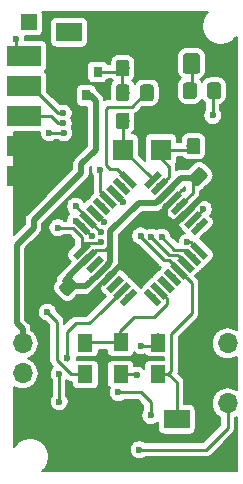
<source format=gtl>
G04 #@! TF.GenerationSoftware,KiCad,Pcbnew,(5.1.2)-2*
G04 #@! TF.CreationDate,2019-11-25T20:14:03+01:00*
G04 #@! TF.ProjectId,HM-LC-SW1-BA-PCB_mini_MAX1724,484d2d4c-432d-4535-9731-2d42412d5043,rev?*
G04 #@! TF.SameCoordinates,Original*
G04 #@! TF.FileFunction,Copper,L1,Top*
G04 #@! TF.FilePolarity,Positive*
%FSLAX46Y46*%
G04 Gerber Fmt 4.6, Leading zero omitted, Abs format (unit mm)*
G04 Created by KiCad (PCBNEW (5.1.2)-2) date 2019-11-25 20:14:03*
%MOMM*%
%LPD*%
G04 APERTURE LIST*
%ADD10O,1.700000X1.700000*%
%ADD11C,0.150000*%
%ADD12C,1.150000*%
%ADD13R,1.750000X1.800000*%
%ADD14R,0.800000X0.900000*%
%ADD15C,1.425000*%
%ADD16R,3.000000X1.700000*%
%ADD17C,0.550000*%
%ADD18R,2.180000X1.600000*%
%ADD19R,1.300000X1.500000*%
%ADD20R,1.350000X1.350000*%
%ADD21C,0.600000*%
%ADD22C,0.250000*%
%ADD23C,0.500000*%
%ADD24C,0.200000*%
G04 APERTURE END LIST*
D10*
X171300000Y-118680000D03*
X171300000Y-116140000D03*
X171300000Y-113600000D03*
D11*
G36*
X176737676Y-109427980D02*
G01*
X176761944Y-109431580D01*
X176785743Y-109437541D01*
X176808842Y-109445806D01*
X176831021Y-109456296D01*
X176852064Y-109468908D01*
X176871770Y-109483523D01*
X176889948Y-109499999D01*
X177349569Y-109959620D01*
X177366045Y-109977798D01*
X177380660Y-109997504D01*
X177393272Y-110018547D01*
X177403762Y-110040726D01*
X177412027Y-110063825D01*
X177417988Y-110087624D01*
X177421588Y-110111892D01*
X177422792Y-110136396D01*
X177421588Y-110160900D01*
X177417988Y-110185168D01*
X177412027Y-110208967D01*
X177403762Y-110232066D01*
X177393272Y-110254245D01*
X177380660Y-110275288D01*
X177366045Y-110294994D01*
X177349569Y-110313172D01*
X176713172Y-110949569D01*
X176694994Y-110966045D01*
X176675288Y-110980660D01*
X176654245Y-110993272D01*
X176632066Y-111003762D01*
X176608967Y-111012027D01*
X176585168Y-111017988D01*
X176560900Y-111021588D01*
X176536396Y-111022792D01*
X176511892Y-111021588D01*
X176487624Y-111017988D01*
X176463825Y-111012027D01*
X176440726Y-111003762D01*
X176418547Y-110993272D01*
X176397504Y-110980660D01*
X176377798Y-110966045D01*
X176359620Y-110949569D01*
X175899999Y-110489948D01*
X175883523Y-110471770D01*
X175868908Y-110452064D01*
X175856296Y-110431021D01*
X175845806Y-110408842D01*
X175837541Y-110385743D01*
X175831580Y-110361944D01*
X175827980Y-110337676D01*
X175826776Y-110313172D01*
X175827980Y-110288668D01*
X175831580Y-110264400D01*
X175837541Y-110240601D01*
X175845806Y-110217502D01*
X175856296Y-110195323D01*
X175868908Y-110174280D01*
X175883523Y-110154574D01*
X175899999Y-110136396D01*
X176536396Y-109499999D01*
X176554574Y-109483523D01*
X176574280Y-109468908D01*
X176595323Y-109456296D01*
X176617502Y-109445806D01*
X176640601Y-109437541D01*
X176664400Y-109431580D01*
X176688668Y-109427980D01*
X176713172Y-109426776D01*
X176737676Y-109427980D01*
X176737676Y-109427980D01*
G37*
D12*
X176624784Y-110224784D03*
D11*
G36*
X175288108Y-107978412D02*
G01*
X175312376Y-107982012D01*
X175336175Y-107987973D01*
X175359274Y-107996238D01*
X175381453Y-108006728D01*
X175402496Y-108019340D01*
X175422202Y-108033955D01*
X175440380Y-108050431D01*
X175900001Y-108510052D01*
X175916477Y-108528230D01*
X175931092Y-108547936D01*
X175943704Y-108568979D01*
X175954194Y-108591158D01*
X175962459Y-108614257D01*
X175968420Y-108638056D01*
X175972020Y-108662324D01*
X175973224Y-108686828D01*
X175972020Y-108711332D01*
X175968420Y-108735600D01*
X175962459Y-108759399D01*
X175954194Y-108782498D01*
X175943704Y-108804677D01*
X175931092Y-108825720D01*
X175916477Y-108845426D01*
X175900001Y-108863604D01*
X175263604Y-109500001D01*
X175245426Y-109516477D01*
X175225720Y-109531092D01*
X175204677Y-109543704D01*
X175182498Y-109554194D01*
X175159399Y-109562459D01*
X175135600Y-109568420D01*
X175111332Y-109572020D01*
X175086828Y-109573224D01*
X175062324Y-109572020D01*
X175038056Y-109568420D01*
X175014257Y-109562459D01*
X174991158Y-109554194D01*
X174968979Y-109543704D01*
X174947936Y-109531092D01*
X174928230Y-109516477D01*
X174910052Y-109500001D01*
X174450431Y-109040380D01*
X174433955Y-109022202D01*
X174419340Y-109002496D01*
X174406728Y-108981453D01*
X174396238Y-108959274D01*
X174387973Y-108936175D01*
X174382012Y-108912376D01*
X174378412Y-108888108D01*
X174377208Y-108863604D01*
X174378412Y-108839100D01*
X174382012Y-108814832D01*
X174387973Y-108791033D01*
X174396238Y-108767934D01*
X174406728Y-108745755D01*
X174419340Y-108724712D01*
X174433955Y-108705006D01*
X174450431Y-108686828D01*
X175086828Y-108050431D01*
X175105006Y-108033955D01*
X175124712Y-108019340D01*
X175145755Y-108006728D01*
X175167934Y-107996238D01*
X175191033Y-107987973D01*
X175214832Y-107982012D01*
X175239100Y-107978412D01*
X175263604Y-107977208D01*
X175288108Y-107978412D01*
X175288108Y-107978412D01*
G37*
D12*
X175175216Y-108775216D03*
D11*
G36*
X187737676Y-100127980D02*
G01*
X187761944Y-100131580D01*
X187785743Y-100137541D01*
X187808842Y-100145806D01*
X187831021Y-100156296D01*
X187852064Y-100168908D01*
X187871770Y-100183523D01*
X187889948Y-100199999D01*
X188349569Y-100659620D01*
X188366045Y-100677798D01*
X188380660Y-100697504D01*
X188393272Y-100718547D01*
X188403762Y-100740726D01*
X188412027Y-100763825D01*
X188417988Y-100787624D01*
X188421588Y-100811892D01*
X188422792Y-100836396D01*
X188421588Y-100860900D01*
X188417988Y-100885168D01*
X188412027Y-100908967D01*
X188403762Y-100932066D01*
X188393272Y-100954245D01*
X188380660Y-100975288D01*
X188366045Y-100994994D01*
X188349569Y-101013172D01*
X187713172Y-101649569D01*
X187694994Y-101666045D01*
X187675288Y-101680660D01*
X187654245Y-101693272D01*
X187632066Y-101703762D01*
X187608967Y-101712027D01*
X187585168Y-101717988D01*
X187560900Y-101721588D01*
X187536396Y-101722792D01*
X187511892Y-101721588D01*
X187487624Y-101717988D01*
X187463825Y-101712027D01*
X187440726Y-101703762D01*
X187418547Y-101693272D01*
X187397504Y-101680660D01*
X187377798Y-101666045D01*
X187359620Y-101649569D01*
X186899999Y-101189948D01*
X186883523Y-101171770D01*
X186868908Y-101152064D01*
X186856296Y-101131021D01*
X186845806Y-101108842D01*
X186837541Y-101085743D01*
X186831580Y-101061944D01*
X186827980Y-101037676D01*
X186826776Y-101013172D01*
X186827980Y-100988668D01*
X186831580Y-100964400D01*
X186837541Y-100940601D01*
X186845806Y-100917502D01*
X186856296Y-100895323D01*
X186868908Y-100874280D01*
X186883523Y-100854574D01*
X186899999Y-100836396D01*
X187536396Y-100199999D01*
X187554574Y-100183523D01*
X187574280Y-100168908D01*
X187595323Y-100156296D01*
X187617502Y-100145806D01*
X187640601Y-100137541D01*
X187664400Y-100131580D01*
X187688668Y-100127980D01*
X187713172Y-100126776D01*
X187737676Y-100127980D01*
X187737676Y-100127980D01*
G37*
D12*
X187624784Y-100924784D03*
D11*
G36*
X186288108Y-98678412D02*
G01*
X186312376Y-98682012D01*
X186336175Y-98687973D01*
X186359274Y-98696238D01*
X186381453Y-98706728D01*
X186402496Y-98719340D01*
X186422202Y-98733955D01*
X186440380Y-98750431D01*
X186900001Y-99210052D01*
X186916477Y-99228230D01*
X186931092Y-99247936D01*
X186943704Y-99268979D01*
X186954194Y-99291158D01*
X186962459Y-99314257D01*
X186968420Y-99338056D01*
X186972020Y-99362324D01*
X186973224Y-99386828D01*
X186972020Y-99411332D01*
X186968420Y-99435600D01*
X186962459Y-99459399D01*
X186954194Y-99482498D01*
X186943704Y-99504677D01*
X186931092Y-99525720D01*
X186916477Y-99545426D01*
X186900001Y-99563604D01*
X186263604Y-100200001D01*
X186245426Y-100216477D01*
X186225720Y-100231092D01*
X186204677Y-100243704D01*
X186182498Y-100254194D01*
X186159399Y-100262459D01*
X186135600Y-100268420D01*
X186111332Y-100272020D01*
X186086828Y-100273224D01*
X186062324Y-100272020D01*
X186038056Y-100268420D01*
X186014257Y-100262459D01*
X185991158Y-100254194D01*
X185968979Y-100243704D01*
X185947936Y-100231092D01*
X185928230Y-100216477D01*
X185910052Y-100200001D01*
X185450431Y-99740380D01*
X185433955Y-99722202D01*
X185419340Y-99702496D01*
X185406728Y-99681453D01*
X185396238Y-99659274D01*
X185387973Y-99636175D01*
X185382012Y-99612376D01*
X185378412Y-99588108D01*
X185377208Y-99563604D01*
X185378412Y-99539100D01*
X185382012Y-99514832D01*
X185387973Y-99491033D01*
X185396238Y-99467934D01*
X185406728Y-99445755D01*
X185419340Y-99424712D01*
X185433955Y-99405006D01*
X185450431Y-99386828D01*
X186086828Y-98750431D01*
X186105006Y-98733955D01*
X186124712Y-98719340D01*
X186145755Y-98706728D01*
X186167934Y-98696238D01*
X186191033Y-98687973D01*
X186214832Y-98682012D01*
X186239100Y-98678412D01*
X186263604Y-98677208D01*
X186288108Y-98678412D01*
X186288108Y-98678412D01*
G37*
D12*
X186175216Y-99475216D03*
D11*
G36*
X182174505Y-94051204D02*
G01*
X182198773Y-94054804D01*
X182222572Y-94060765D01*
X182245671Y-94069030D01*
X182267850Y-94079520D01*
X182288893Y-94092132D01*
X182308599Y-94106747D01*
X182326777Y-94123223D01*
X182343253Y-94141401D01*
X182357868Y-94161107D01*
X182370480Y-94182150D01*
X182380970Y-94204329D01*
X182389235Y-94227428D01*
X182395196Y-94251227D01*
X182398796Y-94275495D01*
X182400000Y-94299999D01*
X182400000Y-95200001D01*
X182398796Y-95224505D01*
X182395196Y-95248773D01*
X182389235Y-95272572D01*
X182380970Y-95295671D01*
X182370480Y-95317850D01*
X182357868Y-95338893D01*
X182343253Y-95358599D01*
X182326777Y-95376777D01*
X182308599Y-95393253D01*
X182288893Y-95407868D01*
X182267850Y-95420480D01*
X182245671Y-95430970D01*
X182222572Y-95439235D01*
X182198773Y-95445196D01*
X182174505Y-95448796D01*
X182150001Y-95450000D01*
X181499999Y-95450000D01*
X181475495Y-95448796D01*
X181451227Y-95445196D01*
X181427428Y-95439235D01*
X181404329Y-95430970D01*
X181382150Y-95420480D01*
X181361107Y-95407868D01*
X181341401Y-95393253D01*
X181323223Y-95376777D01*
X181306747Y-95358599D01*
X181292132Y-95338893D01*
X181279520Y-95317850D01*
X181269030Y-95295671D01*
X181260765Y-95272572D01*
X181254804Y-95248773D01*
X181251204Y-95224505D01*
X181250000Y-95200001D01*
X181250000Y-94299999D01*
X181251204Y-94275495D01*
X181254804Y-94251227D01*
X181260765Y-94227428D01*
X181269030Y-94204329D01*
X181279520Y-94182150D01*
X181292132Y-94161107D01*
X181306747Y-94141401D01*
X181323223Y-94123223D01*
X181341401Y-94106747D01*
X181361107Y-94092132D01*
X181382150Y-94079520D01*
X181404329Y-94069030D01*
X181427428Y-94060765D01*
X181451227Y-94054804D01*
X181475495Y-94051204D01*
X181499999Y-94050000D01*
X182150001Y-94050000D01*
X182174505Y-94051204D01*
X182174505Y-94051204D01*
G37*
D12*
X181825000Y-94750000D03*
D11*
G36*
X180124505Y-94051204D02*
G01*
X180148773Y-94054804D01*
X180172572Y-94060765D01*
X180195671Y-94069030D01*
X180217850Y-94079520D01*
X180238893Y-94092132D01*
X180258599Y-94106747D01*
X180276777Y-94123223D01*
X180293253Y-94141401D01*
X180307868Y-94161107D01*
X180320480Y-94182150D01*
X180330970Y-94204329D01*
X180339235Y-94227428D01*
X180345196Y-94251227D01*
X180348796Y-94275495D01*
X180350000Y-94299999D01*
X180350000Y-95200001D01*
X180348796Y-95224505D01*
X180345196Y-95248773D01*
X180339235Y-95272572D01*
X180330970Y-95295671D01*
X180320480Y-95317850D01*
X180307868Y-95338893D01*
X180293253Y-95358599D01*
X180276777Y-95376777D01*
X180258599Y-95393253D01*
X180238893Y-95407868D01*
X180217850Y-95420480D01*
X180195671Y-95430970D01*
X180172572Y-95439235D01*
X180148773Y-95445196D01*
X180124505Y-95448796D01*
X180100001Y-95450000D01*
X179449999Y-95450000D01*
X179425495Y-95448796D01*
X179401227Y-95445196D01*
X179377428Y-95439235D01*
X179354329Y-95430970D01*
X179332150Y-95420480D01*
X179311107Y-95407868D01*
X179291401Y-95393253D01*
X179273223Y-95376777D01*
X179256747Y-95358599D01*
X179242132Y-95338893D01*
X179229520Y-95317850D01*
X179219030Y-95295671D01*
X179210765Y-95272572D01*
X179204804Y-95248773D01*
X179201204Y-95224505D01*
X179200000Y-95200001D01*
X179200000Y-94299999D01*
X179201204Y-94275495D01*
X179204804Y-94251227D01*
X179210765Y-94227428D01*
X179219030Y-94204329D01*
X179229520Y-94182150D01*
X179242132Y-94161107D01*
X179256747Y-94141401D01*
X179273223Y-94123223D01*
X179291401Y-94106747D01*
X179311107Y-94092132D01*
X179332150Y-94079520D01*
X179354329Y-94069030D01*
X179377428Y-94060765D01*
X179401227Y-94054804D01*
X179425495Y-94051204D01*
X179449999Y-94050000D01*
X180100001Y-94050000D01*
X180124505Y-94051204D01*
X180124505Y-94051204D01*
G37*
D12*
X179775000Y-94750000D03*
D13*
X179775000Y-97200000D03*
X183025000Y-97200000D03*
D11*
G36*
X188174505Y-96201204D02*
G01*
X188198773Y-96204804D01*
X188222572Y-96210765D01*
X188245671Y-96219030D01*
X188267850Y-96229520D01*
X188288893Y-96242132D01*
X188308599Y-96256747D01*
X188326777Y-96273223D01*
X188343253Y-96291401D01*
X188357868Y-96311107D01*
X188370480Y-96332150D01*
X188380970Y-96354329D01*
X188389235Y-96377428D01*
X188395196Y-96401227D01*
X188398796Y-96425495D01*
X188400000Y-96449999D01*
X188400000Y-97350001D01*
X188398796Y-97374505D01*
X188395196Y-97398773D01*
X188389235Y-97422572D01*
X188380970Y-97445671D01*
X188370480Y-97467850D01*
X188357868Y-97488893D01*
X188343253Y-97508599D01*
X188326777Y-97526777D01*
X188308599Y-97543253D01*
X188288893Y-97557868D01*
X188267850Y-97570480D01*
X188245671Y-97580970D01*
X188222572Y-97589235D01*
X188198773Y-97595196D01*
X188174505Y-97598796D01*
X188150001Y-97600000D01*
X187499999Y-97600000D01*
X187475495Y-97598796D01*
X187451227Y-97595196D01*
X187427428Y-97589235D01*
X187404329Y-97580970D01*
X187382150Y-97570480D01*
X187361107Y-97557868D01*
X187341401Y-97543253D01*
X187323223Y-97526777D01*
X187306747Y-97508599D01*
X187292132Y-97488893D01*
X187279520Y-97467850D01*
X187269030Y-97445671D01*
X187260765Y-97422572D01*
X187254804Y-97398773D01*
X187251204Y-97374505D01*
X187250000Y-97350001D01*
X187250000Y-96449999D01*
X187251204Y-96425495D01*
X187254804Y-96401227D01*
X187260765Y-96377428D01*
X187269030Y-96354329D01*
X187279520Y-96332150D01*
X187292132Y-96311107D01*
X187306747Y-96291401D01*
X187323223Y-96273223D01*
X187341401Y-96256747D01*
X187361107Y-96242132D01*
X187382150Y-96229520D01*
X187404329Y-96219030D01*
X187427428Y-96210765D01*
X187451227Y-96204804D01*
X187475495Y-96201204D01*
X187499999Y-96200000D01*
X188150001Y-96200000D01*
X188174505Y-96201204D01*
X188174505Y-96201204D01*
G37*
D12*
X187825000Y-96900000D03*
D11*
G36*
X186124505Y-96201204D02*
G01*
X186148773Y-96204804D01*
X186172572Y-96210765D01*
X186195671Y-96219030D01*
X186217850Y-96229520D01*
X186238893Y-96242132D01*
X186258599Y-96256747D01*
X186276777Y-96273223D01*
X186293253Y-96291401D01*
X186307868Y-96311107D01*
X186320480Y-96332150D01*
X186330970Y-96354329D01*
X186339235Y-96377428D01*
X186345196Y-96401227D01*
X186348796Y-96425495D01*
X186350000Y-96449999D01*
X186350000Y-97350001D01*
X186348796Y-97374505D01*
X186345196Y-97398773D01*
X186339235Y-97422572D01*
X186330970Y-97445671D01*
X186320480Y-97467850D01*
X186307868Y-97488893D01*
X186293253Y-97508599D01*
X186276777Y-97526777D01*
X186258599Y-97543253D01*
X186238893Y-97557868D01*
X186217850Y-97570480D01*
X186195671Y-97580970D01*
X186172572Y-97589235D01*
X186148773Y-97595196D01*
X186124505Y-97598796D01*
X186100001Y-97600000D01*
X185449999Y-97600000D01*
X185425495Y-97598796D01*
X185401227Y-97595196D01*
X185377428Y-97589235D01*
X185354329Y-97580970D01*
X185332150Y-97570480D01*
X185311107Y-97557868D01*
X185291401Y-97543253D01*
X185273223Y-97526777D01*
X185256747Y-97508599D01*
X185242132Y-97488893D01*
X185229520Y-97467850D01*
X185219030Y-97445671D01*
X185210765Y-97422572D01*
X185204804Y-97398773D01*
X185201204Y-97374505D01*
X185200000Y-97350001D01*
X185200000Y-96449999D01*
X185201204Y-96425495D01*
X185204804Y-96401227D01*
X185210765Y-96377428D01*
X185219030Y-96354329D01*
X185229520Y-96332150D01*
X185242132Y-96311107D01*
X185256747Y-96291401D01*
X185273223Y-96273223D01*
X185291401Y-96256747D01*
X185311107Y-96242132D01*
X185332150Y-96229520D01*
X185354329Y-96219030D01*
X185377428Y-96210765D01*
X185401227Y-96204804D01*
X185425495Y-96201204D01*
X185449999Y-96200000D01*
X186100001Y-96200000D01*
X186124505Y-96201204D01*
X186124505Y-96201204D01*
G37*
D12*
X185775000Y-96900000D03*
D10*
X188658500Y-118681500D03*
X188658500Y-116141500D03*
X188658500Y-113601500D03*
D11*
G36*
X180124505Y-89601204D02*
G01*
X180148773Y-89604804D01*
X180172572Y-89610765D01*
X180195671Y-89619030D01*
X180217850Y-89629520D01*
X180238893Y-89642132D01*
X180258599Y-89656747D01*
X180276777Y-89673223D01*
X180293253Y-89691401D01*
X180307868Y-89711107D01*
X180320480Y-89732150D01*
X180330970Y-89754329D01*
X180339235Y-89777428D01*
X180345196Y-89801227D01*
X180348796Y-89825495D01*
X180350000Y-89849999D01*
X180350000Y-90750001D01*
X180348796Y-90774505D01*
X180345196Y-90798773D01*
X180339235Y-90822572D01*
X180330970Y-90845671D01*
X180320480Y-90867850D01*
X180307868Y-90888893D01*
X180293253Y-90908599D01*
X180276777Y-90926777D01*
X180258599Y-90943253D01*
X180238893Y-90957868D01*
X180217850Y-90970480D01*
X180195671Y-90980970D01*
X180172572Y-90989235D01*
X180148773Y-90995196D01*
X180124505Y-90998796D01*
X180100001Y-91000000D01*
X179449999Y-91000000D01*
X179425495Y-90998796D01*
X179401227Y-90995196D01*
X179377428Y-90989235D01*
X179354329Y-90980970D01*
X179332150Y-90970480D01*
X179311107Y-90957868D01*
X179291401Y-90943253D01*
X179273223Y-90926777D01*
X179256747Y-90908599D01*
X179242132Y-90888893D01*
X179229520Y-90867850D01*
X179219030Y-90845671D01*
X179210765Y-90822572D01*
X179204804Y-90798773D01*
X179201204Y-90774505D01*
X179200000Y-90750001D01*
X179200000Y-89849999D01*
X179201204Y-89825495D01*
X179204804Y-89801227D01*
X179210765Y-89777428D01*
X179219030Y-89754329D01*
X179229520Y-89732150D01*
X179242132Y-89711107D01*
X179256747Y-89691401D01*
X179273223Y-89673223D01*
X179291401Y-89656747D01*
X179311107Y-89642132D01*
X179332150Y-89629520D01*
X179354329Y-89619030D01*
X179377428Y-89610765D01*
X179401227Y-89604804D01*
X179425495Y-89601204D01*
X179449999Y-89600000D01*
X180100001Y-89600000D01*
X180124505Y-89601204D01*
X180124505Y-89601204D01*
G37*
D12*
X179775000Y-90300000D03*
D11*
G36*
X182174505Y-89601204D02*
G01*
X182198773Y-89604804D01*
X182222572Y-89610765D01*
X182245671Y-89619030D01*
X182267850Y-89629520D01*
X182288893Y-89642132D01*
X182308599Y-89656747D01*
X182326777Y-89673223D01*
X182343253Y-89691401D01*
X182357868Y-89711107D01*
X182370480Y-89732150D01*
X182380970Y-89754329D01*
X182389235Y-89777428D01*
X182395196Y-89801227D01*
X182398796Y-89825495D01*
X182400000Y-89849999D01*
X182400000Y-90750001D01*
X182398796Y-90774505D01*
X182395196Y-90798773D01*
X182389235Y-90822572D01*
X182380970Y-90845671D01*
X182370480Y-90867850D01*
X182357868Y-90888893D01*
X182343253Y-90908599D01*
X182326777Y-90926777D01*
X182308599Y-90943253D01*
X182288893Y-90957868D01*
X182267850Y-90970480D01*
X182245671Y-90980970D01*
X182222572Y-90989235D01*
X182198773Y-90995196D01*
X182174505Y-90998796D01*
X182150001Y-91000000D01*
X181499999Y-91000000D01*
X181475495Y-90998796D01*
X181451227Y-90995196D01*
X181427428Y-90989235D01*
X181404329Y-90980970D01*
X181382150Y-90970480D01*
X181361107Y-90957868D01*
X181341401Y-90943253D01*
X181323223Y-90926777D01*
X181306747Y-90908599D01*
X181292132Y-90888893D01*
X181279520Y-90867850D01*
X181269030Y-90845671D01*
X181260765Y-90822572D01*
X181254804Y-90798773D01*
X181251204Y-90774505D01*
X181250000Y-90750001D01*
X181250000Y-89849999D01*
X181251204Y-89825495D01*
X181254804Y-89801227D01*
X181260765Y-89777428D01*
X181269030Y-89754329D01*
X181279520Y-89732150D01*
X181292132Y-89711107D01*
X181306747Y-89691401D01*
X181323223Y-89673223D01*
X181341401Y-89656747D01*
X181361107Y-89642132D01*
X181382150Y-89629520D01*
X181404329Y-89619030D01*
X181427428Y-89610765D01*
X181451227Y-89604804D01*
X181475495Y-89601204D01*
X181499999Y-89600000D01*
X182150001Y-89600000D01*
X182174505Y-89601204D01*
X182174505Y-89601204D01*
G37*
D12*
X181825000Y-90300000D03*
D11*
G36*
X182174505Y-91676204D02*
G01*
X182198773Y-91679804D01*
X182222572Y-91685765D01*
X182245671Y-91694030D01*
X182267850Y-91704520D01*
X182288893Y-91717132D01*
X182308599Y-91731747D01*
X182326777Y-91748223D01*
X182343253Y-91766401D01*
X182357868Y-91786107D01*
X182370480Y-91807150D01*
X182380970Y-91829329D01*
X182389235Y-91852428D01*
X182395196Y-91876227D01*
X182398796Y-91900495D01*
X182400000Y-91924999D01*
X182400000Y-92825001D01*
X182398796Y-92849505D01*
X182395196Y-92873773D01*
X182389235Y-92897572D01*
X182380970Y-92920671D01*
X182370480Y-92942850D01*
X182357868Y-92963893D01*
X182343253Y-92983599D01*
X182326777Y-93001777D01*
X182308599Y-93018253D01*
X182288893Y-93032868D01*
X182267850Y-93045480D01*
X182245671Y-93055970D01*
X182222572Y-93064235D01*
X182198773Y-93070196D01*
X182174505Y-93073796D01*
X182150001Y-93075000D01*
X181499999Y-93075000D01*
X181475495Y-93073796D01*
X181451227Y-93070196D01*
X181427428Y-93064235D01*
X181404329Y-93055970D01*
X181382150Y-93045480D01*
X181361107Y-93032868D01*
X181341401Y-93018253D01*
X181323223Y-93001777D01*
X181306747Y-92983599D01*
X181292132Y-92963893D01*
X181279520Y-92942850D01*
X181269030Y-92920671D01*
X181260765Y-92897572D01*
X181254804Y-92873773D01*
X181251204Y-92849505D01*
X181250000Y-92825001D01*
X181250000Y-91924999D01*
X181251204Y-91900495D01*
X181254804Y-91876227D01*
X181260765Y-91852428D01*
X181269030Y-91829329D01*
X181279520Y-91807150D01*
X181292132Y-91786107D01*
X181306747Y-91766401D01*
X181323223Y-91748223D01*
X181341401Y-91731747D01*
X181361107Y-91717132D01*
X181382150Y-91704520D01*
X181404329Y-91694030D01*
X181427428Y-91685765D01*
X181451227Y-91679804D01*
X181475495Y-91676204D01*
X181499999Y-91675000D01*
X182150001Y-91675000D01*
X182174505Y-91676204D01*
X182174505Y-91676204D01*
G37*
D12*
X181825000Y-92375000D03*
D11*
G36*
X180124505Y-91676204D02*
G01*
X180148773Y-91679804D01*
X180172572Y-91685765D01*
X180195671Y-91694030D01*
X180217850Y-91704520D01*
X180238893Y-91717132D01*
X180258599Y-91731747D01*
X180276777Y-91748223D01*
X180293253Y-91766401D01*
X180307868Y-91786107D01*
X180320480Y-91807150D01*
X180330970Y-91829329D01*
X180339235Y-91852428D01*
X180345196Y-91876227D01*
X180348796Y-91900495D01*
X180350000Y-91924999D01*
X180350000Y-92825001D01*
X180348796Y-92849505D01*
X180345196Y-92873773D01*
X180339235Y-92897572D01*
X180330970Y-92920671D01*
X180320480Y-92942850D01*
X180307868Y-92963893D01*
X180293253Y-92983599D01*
X180276777Y-93001777D01*
X180258599Y-93018253D01*
X180238893Y-93032868D01*
X180217850Y-93045480D01*
X180195671Y-93055970D01*
X180172572Y-93064235D01*
X180148773Y-93070196D01*
X180124505Y-93073796D01*
X180100001Y-93075000D01*
X179449999Y-93075000D01*
X179425495Y-93073796D01*
X179401227Y-93070196D01*
X179377428Y-93064235D01*
X179354329Y-93055970D01*
X179332150Y-93045480D01*
X179311107Y-93032868D01*
X179291401Y-93018253D01*
X179273223Y-93001777D01*
X179256747Y-92983599D01*
X179242132Y-92963893D01*
X179229520Y-92942850D01*
X179219030Y-92920671D01*
X179210765Y-92897572D01*
X179204804Y-92873773D01*
X179201204Y-92849505D01*
X179200000Y-92825001D01*
X179200000Y-91924999D01*
X179201204Y-91900495D01*
X179204804Y-91876227D01*
X179210765Y-91852428D01*
X179219030Y-91829329D01*
X179229520Y-91807150D01*
X179242132Y-91786107D01*
X179256747Y-91766401D01*
X179273223Y-91748223D01*
X179291401Y-91731747D01*
X179311107Y-91717132D01*
X179332150Y-91704520D01*
X179354329Y-91694030D01*
X179377428Y-91685765D01*
X179401227Y-91679804D01*
X179425495Y-91676204D01*
X179449999Y-91675000D01*
X180100001Y-91675000D01*
X180124505Y-91676204D01*
X180124505Y-91676204D01*
G37*
D12*
X179775000Y-92375000D03*
D14*
X176700000Y-92600000D03*
X175750000Y-90600000D03*
X177650000Y-90600000D03*
D11*
G36*
X187874505Y-91501204D02*
G01*
X187898773Y-91504804D01*
X187922572Y-91510765D01*
X187945671Y-91519030D01*
X187967850Y-91529520D01*
X187988893Y-91542132D01*
X188008599Y-91556747D01*
X188026777Y-91573223D01*
X188043253Y-91591401D01*
X188057868Y-91611107D01*
X188070480Y-91632150D01*
X188080970Y-91654329D01*
X188089235Y-91677428D01*
X188095196Y-91701227D01*
X188098796Y-91725495D01*
X188100000Y-91749999D01*
X188100000Y-92650001D01*
X188098796Y-92674505D01*
X188095196Y-92698773D01*
X188089235Y-92722572D01*
X188080970Y-92745671D01*
X188070480Y-92767850D01*
X188057868Y-92788893D01*
X188043253Y-92808599D01*
X188026777Y-92826777D01*
X188008599Y-92843253D01*
X187988893Y-92857868D01*
X187967850Y-92870480D01*
X187945671Y-92880970D01*
X187922572Y-92889235D01*
X187898773Y-92895196D01*
X187874505Y-92898796D01*
X187850001Y-92900000D01*
X187199999Y-92900000D01*
X187175495Y-92898796D01*
X187151227Y-92895196D01*
X187127428Y-92889235D01*
X187104329Y-92880970D01*
X187082150Y-92870480D01*
X187061107Y-92857868D01*
X187041401Y-92843253D01*
X187023223Y-92826777D01*
X187006747Y-92808599D01*
X186992132Y-92788893D01*
X186979520Y-92767850D01*
X186969030Y-92745671D01*
X186960765Y-92722572D01*
X186954804Y-92698773D01*
X186951204Y-92674505D01*
X186950000Y-92650001D01*
X186950000Y-91749999D01*
X186951204Y-91725495D01*
X186954804Y-91701227D01*
X186960765Y-91677428D01*
X186969030Y-91654329D01*
X186979520Y-91632150D01*
X186992132Y-91611107D01*
X187006747Y-91591401D01*
X187023223Y-91573223D01*
X187041401Y-91556747D01*
X187061107Y-91542132D01*
X187082150Y-91529520D01*
X187104329Y-91519030D01*
X187127428Y-91510765D01*
X187151227Y-91504804D01*
X187175495Y-91501204D01*
X187199999Y-91500000D01*
X187850001Y-91500000D01*
X187874505Y-91501204D01*
X187874505Y-91501204D01*
G37*
D12*
X187525000Y-92200000D03*
D11*
G36*
X185824505Y-91501204D02*
G01*
X185848773Y-91504804D01*
X185872572Y-91510765D01*
X185895671Y-91519030D01*
X185917850Y-91529520D01*
X185938893Y-91542132D01*
X185958599Y-91556747D01*
X185976777Y-91573223D01*
X185993253Y-91591401D01*
X186007868Y-91611107D01*
X186020480Y-91632150D01*
X186030970Y-91654329D01*
X186039235Y-91677428D01*
X186045196Y-91701227D01*
X186048796Y-91725495D01*
X186050000Y-91749999D01*
X186050000Y-92650001D01*
X186048796Y-92674505D01*
X186045196Y-92698773D01*
X186039235Y-92722572D01*
X186030970Y-92745671D01*
X186020480Y-92767850D01*
X186007868Y-92788893D01*
X185993253Y-92808599D01*
X185976777Y-92826777D01*
X185958599Y-92843253D01*
X185938893Y-92857868D01*
X185917850Y-92870480D01*
X185895671Y-92880970D01*
X185872572Y-92889235D01*
X185848773Y-92895196D01*
X185824505Y-92898796D01*
X185800001Y-92900000D01*
X185149999Y-92900000D01*
X185125495Y-92898796D01*
X185101227Y-92895196D01*
X185077428Y-92889235D01*
X185054329Y-92880970D01*
X185032150Y-92870480D01*
X185011107Y-92857868D01*
X184991401Y-92843253D01*
X184973223Y-92826777D01*
X184956747Y-92808599D01*
X184942132Y-92788893D01*
X184929520Y-92767850D01*
X184919030Y-92745671D01*
X184910765Y-92722572D01*
X184904804Y-92698773D01*
X184901204Y-92674505D01*
X184900000Y-92650001D01*
X184900000Y-91749999D01*
X184901204Y-91725495D01*
X184904804Y-91701227D01*
X184910765Y-91677428D01*
X184919030Y-91654329D01*
X184929520Y-91632150D01*
X184942132Y-91611107D01*
X184956747Y-91591401D01*
X184973223Y-91573223D01*
X184991401Y-91556747D01*
X185011107Y-91542132D01*
X185032150Y-91529520D01*
X185054329Y-91519030D01*
X185077428Y-91510765D01*
X185101227Y-91504804D01*
X185125495Y-91501204D01*
X185149999Y-91500000D01*
X185800001Y-91500000D01*
X185824505Y-91501204D01*
X185824505Y-91501204D01*
G37*
D12*
X185475000Y-92200000D03*
D11*
G36*
X186099504Y-89026204D02*
G01*
X186123773Y-89029804D01*
X186147571Y-89035765D01*
X186170671Y-89044030D01*
X186192849Y-89054520D01*
X186213893Y-89067133D01*
X186233598Y-89081747D01*
X186251777Y-89098223D01*
X186268253Y-89116402D01*
X186282867Y-89136107D01*
X186295480Y-89157151D01*
X186305970Y-89179329D01*
X186314235Y-89202429D01*
X186320196Y-89226227D01*
X186323796Y-89250496D01*
X186325000Y-89275000D01*
X186325000Y-90525000D01*
X186323796Y-90549504D01*
X186320196Y-90573773D01*
X186314235Y-90597571D01*
X186305970Y-90620671D01*
X186295480Y-90642849D01*
X186282867Y-90663893D01*
X186268253Y-90683598D01*
X186251777Y-90701777D01*
X186233598Y-90718253D01*
X186213893Y-90732867D01*
X186192849Y-90745480D01*
X186170671Y-90755970D01*
X186147571Y-90764235D01*
X186123773Y-90770196D01*
X186099504Y-90773796D01*
X186075000Y-90775000D01*
X185150000Y-90775000D01*
X185125496Y-90773796D01*
X185101227Y-90770196D01*
X185077429Y-90764235D01*
X185054329Y-90755970D01*
X185032151Y-90745480D01*
X185011107Y-90732867D01*
X184991402Y-90718253D01*
X184973223Y-90701777D01*
X184956747Y-90683598D01*
X184942133Y-90663893D01*
X184929520Y-90642849D01*
X184919030Y-90620671D01*
X184910765Y-90597571D01*
X184904804Y-90573773D01*
X184901204Y-90549504D01*
X184900000Y-90525000D01*
X184900000Y-89275000D01*
X184901204Y-89250496D01*
X184904804Y-89226227D01*
X184910765Y-89202429D01*
X184919030Y-89179329D01*
X184929520Y-89157151D01*
X184942133Y-89136107D01*
X184956747Y-89116402D01*
X184973223Y-89098223D01*
X184991402Y-89081747D01*
X185011107Y-89067133D01*
X185032151Y-89054520D01*
X185054329Y-89044030D01*
X185077429Y-89035765D01*
X185101227Y-89029804D01*
X185125496Y-89026204D01*
X185150000Y-89025000D01*
X186075000Y-89025000D01*
X186099504Y-89026204D01*
X186099504Y-89026204D01*
G37*
D15*
X185612500Y-89900000D03*
D11*
G36*
X189074504Y-89026204D02*
G01*
X189098773Y-89029804D01*
X189122571Y-89035765D01*
X189145671Y-89044030D01*
X189167849Y-89054520D01*
X189188893Y-89067133D01*
X189208598Y-89081747D01*
X189226777Y-89098223D01*
X189243253Y-89116402D01*
X189257867Y-89136107D01*
X189270480Y-89157151D01*
X189280970Y-89179329D01*
X189289235Y-89202429D01*
X189295196Y-89226227D01*
X189298796Y-89250496D01*
X189300000Y-89275000D01*
X189300000Y-90525000D01*
X189298796Y-90549504D01*
X189295196Y-90573773D01*
X189289235Y-90597571D01*
X189280970Y-90620671D01*
X189270480Y-90642849D01*
X189257867Y-90663893D01*
X189243253Y-90683598D01*
X189226777Y-90701777D01*
X189208598Y-90718253D01*
X189188893Y-90732867D01*
X189167849Y-90745480D01*
X189145671Y-90755970D01*
X189122571Y-90764235D01*
X189098773Y-90770196D01*
X189074504Y-90773796D01*
X189050000Y-90775000D01*
X188125000Y-90775000D01*
X188100496Y-90773796D01*
X188076227Y-90770196D01*
X188052429Y-90764235D01*
X188029329Y-90755970D01*
X188007151Y-90745480D01*
X187986107Y-90732867D01*
X187966402Y-90718253D01*
X187948223Y-90701777D01*
X187931747Y-90683598D01*
X187917133Y-90663893D01*
X187904520Y-90642849D01*
X187894030Y-90620671D01*
X187885765Y-90597571D01*
X187879804Y-90573773D01*
X187876204Y-90549504D01*
X187875000Y-90525000D01*
X187875000Y-89275000D01*
X187876204Y-89250496D01*
X187879804Y-89226227D01*
X187885765Y-89202429D01*
X187894030Y-89179329D01*
X187904520Y-89157151D01*
X187917133Y-89136107D01*
X187931747Y-89116402D01*
X187948223Y-89098223D01*
X187966402Y-89081747D01*
X187986107Y-89067133D01*
X188007151Y-89054520D01*
X188029329Y-89044030D01*
X188052429Y-89035765D01*
X188076227Y-89029804D01*
X188100496Y-89026204D01*
X188125000Y-89025000D01*
X189050000Y-89025000D01*
X189074504Y-89026204D01*
X189074504Y-89026204D01*
G37*
D15*
X188587500Y-89900000D03*
D16*
X171410500Y-89281000D03*
X171410500Y-94361000D03*
X171410500Y-99441000D03*
X171386500Y-91821000D03*
X171386500Y-96901000D03*
D17*
X186277603Y-103686195D03*
D11*
G36*
X186648834Y-102926055D02*
G01*
X187037743Y-103314964D01*
X185906372Y-104446335D01*
X185517463Y-104057426D01*
X186648834Y-102926055D01*
X186648834Y-102926055D01*
G37*
D17*
X185711917Y-103120510D03*
D11*
G36*
X186083148Y-102360370D02*
G01*
X186472057Y-102749279D01*
X185340686Y-103880650D01*
X184951777Y-103491741D01*
X186083148Y-102360370D01*
X186083148Y-102360370D01*
G37*
D17*
X185146232Y-102554824D03*
D11*
G36*
X185517463Y-101794684D02*
G01*
X185906372Y-102183593D01*
X184775001Y-103314964D01*
X184386092Y-102926055D01*
X185517463Y-101794684D01*
X185517463Y-101794684D01*
G37*
D17*
X184580547Y-101989139D03*
D11*
G36*
X184951778Y-101228999D02*
G01*
X185340687Y-101617908D01*
X184209316Y-102749279D01*
X183820407Y-102360370D01*
X184951778Y-101228999D01*
X184951778Y-101228999D01*
G37*
D17*
X184014861Y-101423453D03*
D11*
G36*
X184386092Y-100663313D02*
G01*
X184775001Y-101052222D01*
X183643630Y-102183593D01*
X183254721Y-101794684D01*
X184386092Y-100663313D01*
X184386092Y-100663313D01*
G37*
D17*
X183449176Y-100857768D03*
D11*
G36*
X183820407Y-100097628D02*
G01*
X184209316Y-100486537D01*
X183077945Y-101617908D01*
X182689036Y-101228999D01*
X183820407Y-100097628D01*
X183820407Y-100097628D01*
G37*
D17*
X182883490Y-100292083D03*
D11*
G36*
X183254721Y-99531943D02*
G01*
X183643630Y-99920852D01*
X182512259Y-101052223D01*
X182123350Y-100663314D01*
X183254721Y-99531943D01*
X183254721Y-99531943D01*
G37*
D17*
X182317805Y-99726397D03*
D11*
G36*
X182689036Y-98966257D02*
G01*
X183077945Y-99355166D01*
X181946574Y-100486537D01*
X181557665Y-100097628D01*
X182689036Y-98966257D01*
X182689036Y-98966257D01*
G37*
D17*
X180267195Y-99726397D03*
D11*
G36*
X179507055Y-99355166D02*
G01*
X179895964Y-98966257D01*
X181027335Y-100097628D01*
X180638426Y-100486537D01*
X179507055Y-99355166D01*
X179507055Y-99355166D01*
G37*
D17*
X179701510Y-100292083D03*
D11*
G36*
X178941370Y-99920852D02*
G01*
X179330279Y-99531943D01*
X180461650Y-100663314D01*
X180072741Y-101052223D01*
X178941370Y-99920852D01*
X178941370Y-99920852D01*
G37*
D17*
X179135824Y-100857768D03*
D11*
G36*
X178375684Y-100486537D02*
G01*
X178764593Y-100097628D01*
X179895964Y-101228999D01*
X179507055Y-101617908D01*
X178375684Y-100486537D01*
X178375684Y-100486537D01*
G37*
D17*
X178570139Y-101423453D03*
D11*
G36*
X177809999Y-101052222D02*
G01*
X178198908Y-100663313D01*
X179330279Y-101794684D01*
X178941370Y-102183593D01*
X177809999Y-101052222D01*
X177809999Y-101052222D01*
G37*
D17*
X178004453Y-101989139D03*
D11*
G36*
X177244313Y-101617908D02*
G01*
X177633222Y-101228999D01*
X178764593Y-102360370D01*
X178375684Y-102749279D01*
X177244313Y-101617908D01*
X177244313Y-101617908D01*
G37*
D17*
X177438768Y-102554824D03*
D11*
G36*
X176678628Y-102183593D02*
G01*
X177067537Y-101794684D01*
X178198908Y-102926055D01*
X177809999Y-103314964D01*
X176678628Y-102183593D01*
X176678628Y-102183593D01*
G37*
D17*
X176873083Y-103120510D03*
D11*
G36*
X176112943Y-102749279D02*
G01*
X176501852Y-102360370D01*
X177633223Y-103491741D01*
X177244314Y-103880650D01*
X176112943Y-102749279D01*
X176112943Y-102749279D01*
G37*
D17*
X176307397Y-103686195D03*
D11*
G36*
X175547257Y-103314964D02*
G01*
X175936166Y-102926055D01*
X177067537Y-104057426D01*
X176678628Y-104446335D01*
X175547257Y-103314964D01*
X175547257Y-103314964D01*
G37*
D17*
X176307397Y-105736805D03*
D11*
G36*
X176678628Y-104976665D02*
G01*
X177067537Y-105365574D01*
X175936166Y-106496945D01*
X175547257Y-106108036D01*
X176678628Y-104976665D01*
X176678628Y-104976665D01*
G37*
D17*
X176873083Y-106302490D03*
D11*
G36*
X177244314Y-105542350D02*
G01*
X177633223Y-105931259D01*
X176501852Y-107062630D01*
X176112943Y-106673721D01*
X177244314Y-105542350D01*
X177244314Y-105542350D01*
G37*
D17*
X177438768Y-106868176D03*
D11*
G36*
X177809999Y-106108036D02*
G01*
X178198908Y-106496945D01*
X177067537Y-107628316D01*
X176678628Y-107239407D01*
X177809999Y-106108036D01*
X177809999Y-106108036D01*
G37*
D17*
X178004453Y-107433861D03*
D11*
G36*
X178375684Y-106673721D02*
G01*
X178764593Y-107062630D01*
X177633222Y-108194001D01*
X177244313Y-107805092D01*
X178375684Y-106673721D01*
X178375684Y-106673721D01*
G37*
D17*
X178570139Y-107999547D03*
D11*
G36*
X178941370Y-107239407D02*
G01*
X179330279Y-107628316D01*
X178198908Y-108759687D01*
X177809999Y-108370778D01*
X178941370Y-107239407D01*
X178941370Y-107239407D01*
G37*
D17*
X179135824Y-108565232D03*
D11*
G36*
X179507055Y-107805092D02*
G01*
X179895964Y-108194001D01*
X178764593Y-109325372D01*
X178375684Y-108936463D01*
X179507055Y-107805092D01*
X179507055Y-107805092D01*
G37*
D17*
X179701510Y-109130917D03*
D11*
G36*
X180072741Y-108370777D02*
G01*
X180461650Y-108759686D01*
X179330279Y-109891057D01*
X178941370Y-109502148D01*
X180072741Y-108370777D01*
X180072741Y-108370777D01*
G37*
D17*
X180267195Y-109696603D03*
D11*
G36*
X180638426Y-108936463D02*
G01*
X181027335Y-109325372D01*
X179895964Y-110456743D01*
X179507055Y-110067834D01*
X180638426Y-108936463D01*
X180638426Y-108936463D01*
G37*
D17*
X182317805Y-109696603D03*
D11*
G36*
X181557665Y-109325372D02*
G01*
X181946574Y-108936463D01*
X183077945Y-110067834D01*
X182689036Y-110456743D01*
X181557665Y-109325372D01*
X181557665Y-109325372D01*
G37*
D17*
X182883490Y-109130917D03*
D11*
G36*
X182123350Y-108759686D02*
G01*
X182512259Y-108370777D01*
X183643630Y-109502148D01*
X183254721Y-109891057D01*
X182123350Y-108759686D01*
X182123350Y-108759686D01*
G37*
D17*
X183449176Y-108565232D03*
D11*
G36*
X182689036Y-108194001D02*
G01*
X183077945Y-107805092D01*
X184209316Y-108936463D01*
X183820407Y-109325372D01*
X182689036Y-108194001D01*
X182689036Y-108194001D01*
G37*
D17*
X184014861Y-107999547D03*
D11*
G36*
X183254721Y-107628316D02*
G01*
X183643630Y-107239407D01*
X184775001Y-108370778D01*
X184386092Y-108759687D01*
X183254721Y-107628316D01*
X183254721Y-107628316D01*
G37*
D17*
X184580547Y-107433861D03*
D11*
G36*
X183820407Y-107062630D02*
G01*
X184209316Y-106673721D01*
X185340687Y-107805092D01*
X184951778Y-108194001D01*
X183820407Y-107062630D01*
X183820407Y-107062630D01*
G37*
D17*
X185146232Y-106868176D03*
D11*
G36*
X184386092Y-106496945D02*
G01*
X184775001Y-106108036D01*
X185906372Y-107239407D01*
X185517463Y-107628316D01*
X184386092Y-106496945D01*
X184386092Y-106496945D01*
G37*
D17*
X185711917Y-106302490D03*
D11*
G36*
X184951777Y-105931259D02*
G01*
X185340686Y-105542350D01*
X186472057Y-106673721D01*
X186083148Y-107062630D01*
X184951777Y-105931259D01*
X184951777Y-105931259D01*
G37*
D17*
X186277603Y-105736805D03*
D11*
G36*
X185517463Y-105365574D02*
G01*
X185906372Y-104976665D01*
X187037743Y-106108036D01*
X186648834Y-106496945D01*
X185517463Y-105365574D01*
X185517463Y-105365574D01*
G37*
D18*
X175178500Y-120015000D03*
X184358500Y-120015000D03*
X175242000Y-87249000D03*
X184422000Y-87249000D03*
D19*
X182750000Y-113525000D03*
X182750000Y-116225000D03*
D20*
X171831000Y-86423500D03*
D19*
X179600000Y-113521500D03*
X179600000Y-116221500D03*
X176606200Y-116230400D03*
X176606200Y-113530400D03*
D21*
X179400000Y-117750000D03*
X182150000Y-119700000D03*
X186400000Y-99200000D03*
X170713400Y-87807800D03*
X181300000Y-113786400D03*
X176500000Y-110600000D03*
X178700000Y-88200000D03*
X175700000Y-120500000D03*
X184200000Y-104100000D03*
X182610000Y-88282000D03*
X170900000Y-101800000D03*
X171900000Y-105600000D03*
X171900000Y-107000000D03*
X171900000Y-108600000D03*
X171900000Y-110200000D03*
X174400000Y-90600000D03*
X180700000Y-120000000D03*
X174000000Y-109650000D03*
X170900000Y-102600000D03*
X170900000Y-103400000D03*
X188650000Y-122850000D03*
X188650000Y-123750000D03*
X187800000Y-123750000D03*
X187624784Y-100924784D03*
X188225000Y-102450000D03*
X188200000Y-103800000D03*
X186600000Y-102250000D03*
X187400000Y-94300000D03*
X178173279Y-103360831D03*
X185262592Y-105047466D03*
X175800000Y-102000000D03*
X177964335Y-104182336D03*
X175800000Y-103200000D03*
X177225415Y-104509118D03*
X174300000Y-103800000D03*
X177935643Y-104981834D03*
X174794569Y-95783400D03*
X181300000Y-104500000D03*
X173542780Y-95782303D03*
X182200000Y-104600000D03*
X174752000Y-94970600D03*
X174736032Y-94102935D03*
X183100000Y-104600000D03*
X181200000Y-122600000D03*
X175100000Y-114850000D03*
X174400000Y-116200000D03*
X174400000Y-118525000D03*
X181000000Y-116300000D03*
X173400000Y-110950000D03*
X179807225Y-101635380D03*
X175242000Y-87300000D03*
X177900000Y-98900000D03*
D22*
X182753000Y-113483400D02*
X182753000Y-113264992D01*
X170713400Y-87807800D02*
X170713400Y-88583900D01*
X170713400Y-88583900D02*
X171410500Y-89281000D01*
X178790600Y-106273600D02*
X178790600Y-106647714D01*
X178790600Y-106647714D02*
X178004453Y-107433861D01*
X178130200Y-105671189D02*
X178188189Y-105671189D01*
X178125106Y-105666095D02*
X178130200Y-105671189D01*
X177509478Y-105666095D02*
X178125106Y-105666095D01*
X171410500Y-89281000D02*
X172060500Y-89281000D01*
X176873083Y-106302490D02*
X177392547Y-105783026D01*
X182929711Y-101611093D02*
X182812781Y-101494163D01*
X174946500Y-108229073D02*
X176236688Y-106938885D01*
X176236688Y-106938885D02*
X176873083Y-106302490D01*
X182812781Y-101494163D02*
X183449176Y-100857768D01*
D23*
X181300000Y-113786400D02*
X181300000Y-113786400D01*
X178640848Y-106797466D02*
X178004453Y-107433861D01*
X178714336Y-106723978D02*
X178640848Y-106797466D01*
X181122785Y-101700000D02*
X178714336Y-104108449D01*
X182606944Y-101700000D02*
X181122785Y-101700000D01*
X183449176Y-100857768D02*
X182606944Y-101700000D01*
X178004453Y-107433861D02*
X177122197Y-108316117D01*
X174859456Y-108316117D02*
X176873083Y-106302490D01*
D22*
X178694767Y-105666095D02*
X178714336Y-105685664D01*
X176873083Y-106302490D02*
X177509478Y-105666095D01*
D23*
X178714336Y-105685664D02*
X178714336Y-106723978D01*
D22*
X178714336Y-105217854D02*
X178714336Y-104985664D01*
X178266095Y-105666095D02*
X178714336Y-105217854D01*
D23*
X178714336Y-104985664D02*
X178714336Y-105685664D01*
X178714336Y-104108449D02*
X178714336Y-104985664D01*
D22*
X177509478Y-105666095D02*
X178266095Y-105666095D01*
D23*
X182753000Y-113483400D02*
X182753000Y-112947000D01*
D22*
X185716117Y-100853569D02*
X185716117Y-99316117D01*
X184580547Y-101989139D02*
X185716117Y-100853569D01*
D23*
X184706944Y-99600000D02*
X186200000Y-99600000D01*
X183449176Y-100857768D02*
X184706944Y-99600000D01*
X176663098Y-108775216D02*
X175175216Y-108775216D01*
X178004453Y-107433861D02*
X176663098Y-108775216D01*
X175175216Y-108000357D02*
X176873083Y-106302490D01*
X175175216Y-108775216D02*
X175175216Y-108000357D01*
D22*
X182488600Y-113786400D02*
X182750000Y-113525000D01*
X181300000Y-113786400D02*
X182488600Y-113786400D01*
X184463620Y-103237436D02*
X184463620Y-103276705D01*
X185146232Y-102554824D02*
X184463620Y-103237436D01*
X171348400Y-99503100D02*
X171410500Y-99441000D01*
X184422000Y-87249000D02*
X183082000Y-87249000D01*
X183082000Y-87249000D02*
X182610000Y-87721000D01*
X182610000Y-87721000D02*
X182610000Y-88282000D01*
X172643800Y-96901000D02*
X171386500Y-96901000D01*
X176446500Y-109791500D02*
X176571500Y-109791500D01*
X176571500Y-109791500D02*
X178363453Y-107999547D01*
X178363453Y-107999547D02*
X178570139Y-107999547D01*
D23*
X178570139Y-107999547D02*
X179900000Y-106669686D01*
X185040182Y-102554824D02*
X185146232Y-102554824D01*
X184395717Y-103199289D02*
X185040182Y-102554824D01*
X184351056Y-103350000D02*
X183800000Y-103350000D01*
X185146232Y-102554824D02*
X184351056Y-103350000D01*
X183378466Y-102059848D02*
X184014861Y-101423453D01*
X183350000Y-102088314D02*
X183378466Y-102059848D01*
X183350000Y-102900000D02*
X183350000Y-102088314D01*
X183800000Y-103350000D02*
X183350000Y-102900000D01*
X186776272Y-100924784D02*
X187624784Y-100924784D01*
X185146232Y-102554824D02*
X186776272Y-100924784D01*
X187624784Y-100924784D02*
X187624784Y-100924784D01*
D22*
X186699027Y-102133400D02*
X185711917Y-103120510D01*
X187400000Y-93025000D02*
X187400000Y-94300000D01*
X187400000Y-92325000D02*
X187525000Y-92200000D01*
X187400000Y-94300000D02*
X187400000Y-92325000D01*
X177438768Y-102554824D02*
X178173279Y-103289335D01*
X178173279Y-103289335D02*
X178173279Y-103360831D01*
X186277603Y-105736805D02*
X185588264Y-105047466D01*
X185588264Y-105047466D02*
X185262592Y-105047466D01*
X185975000Y-89862500D02*
X185612500Y-89500000D01*
X185612500Y-89900000D02*
X185612500Y-91637500D01*
X176873083Y-103120510D02*
X177934909Y-104182336D01*
X177934909Y-104182336D02*
X177964335Y-104182336D01*
X176873083Y-103073083D02*
X175800000Y-102000000D01*
X176873083Y-103120510D02*
X176873083Y-103073083D01*
X176307397Y-103686195D02*
X177130320Y-104509118D01*
X177130320Y-104509118D02*
X177225415Y-104509118D01*
X176307397Y-103686195D02*
X176286195Y-103686195D01*
X176307397Y-104577797D02*
X176307397Y-105736805D01*
X177783358Y-105134119D02*
X177935643Y-104981834D01*
X176307397Y-105736805D02*
X176307397Y-105247896D01*
X176421174Y-105134119D02*
X177783358Y-105134119D01*
X176307397Y-105247896D02*
X176421174Y-105134119D01*
X175564800Y-103835200D02*
X174244200Y-103835200D01*
X175564800Y-103835200D02*
X176307397Y-104577797D01*
X182753000Y-116183400D02*
X183653000Y-116183400D01*
X183653000Y-116183400D02*
X184358500Y-116888900D01*
X184358500Y-116888900D02*
X184358500Y-118965000D01*
X184358500Y-118965000D02*
X184358500Y-120015000D01*
X173542780Y-95782303D02*
X174793472Y-95782303D01*
X174793472Y-95782303D02*
X174794569Y-95783400D01*
X184658000Y-119715500D02*
X184358500Y-120015000D01*
X185216942Y-108070256D02*
X184580547Y-107433861D01*
X185633001Y-108486315D02*
X185216942Y-108070256D01*
X185633001Y-111054151D02*
X185633001Y-108486315D01*
X183896000Y-112791152D02*
X185633001Y-111054151D01*
X183896000Y-115940400D02*
X183896000Y-112791152D01*
X183653000Y-116183400D02*
X183896000Y-115940400D01*
X181300000Y-104625002D02*
X182574998Y-105900000D01*
X181300000Y-104500000D02*
X181300000Y-104625002D01*
X183944152Y-106797466D02*
X184580547Y-107433861D01*
X183712799Y-106566113D02*
X183944152Y-106797466D01*
X183241111Y-106566113D02*
X183712799Y-106566113D01*
X182574998Y-105900000D02*
X183241111Y-106566113D01*
X173718136Y-94361000D02*
X174327736Y-94970600D01*
X171410500Y-94361000D02*
X173718136Y-94361000D01*
X174327736Y-94970600D02*
X174752000Y-94970600D01*
X184509837Y-106231781D02*
X185146232Y-106868176D01*
X184394160Y-106116104D02*
X184509837Y-106231781D01*
X183716104Y-106116104D02*
X184394160Y-106116104D01*
X182200000Y-104600000D02*
X183716104Y-106116104D01*
X174318435Y-94102935D02*
X174736032Y-94102935D01*
X172036500Y-91821000D02*
X174318435Y-94102935D01*
X171386500Y-91821000D02*
X172036500Y-91821000D01*
X185075522Y-105666095D02*
X185711917Y-106302490D01*
X184166095Y-105666095D02*
X185075522Y-105666095D01*
X183100000Y-104600000D02*
X184166095Y-105666095D01*
X188658500Y-118910100D02*
X188658500Y-118681500D01*
X175100000Y-112900000D02*
X175100000Y-112900000D01*
X179701510Y-109130917D02*
X177933614Y-110898813D01*
X181200000Y-122600000D02*
X184740000Y-122600000D01*
X184740000Y-122600000D02*
X186850000Y-122600000D01*
X188658500Y-120791500D02*
X188658500Y-118681500D01*
X186850000Y-122600000D02*
X188658500Y-120791500D01*
X176932427Y-111900000D02*
X177933614Y-110898813D01*
X175800000Y-111900000D02*
X176932427Y-111900000D01*
X175100000Y-115000000D02*
X175100000Y-112600000D01*
X175100000Y-112600000D02*
X175800000Y-111900000D01*
X174400000Y-118525000D02*
X174400000Y-116200000D01*
X179578000Y-113521500D02*
X176615100Y-113521500D01*
X176615100Y-113521500D02*
X176606200Y-113530400D01*
X179578000Y-113421500D02*
X179578000Y-113521500D01*
X179578000Y-113521500D02*
X179578000Y-113621500D01*
X183519885Y-109767312D02*
X182883490Y-109130917D01*
X183519885Y-110280115D02*
X183519885Y-109767312D01*
X182400000Y-111400000D02*
X183519885Y-110280115D01*
X180699500Y-111400000D02*
X182400000Y-111400000D01*
X179578000Y-112521500D02*
X180699500Y-111400000D01*
X179578000Y-113521500D02*
X179578000Y-112521500D01*
X183075000Y-98000000D02*
X183700000Y-98625000D01*
X183075000Y-96850000D02*
X183075000Y-98000000D01*
X183700000Y-99475573D02*
X182883490Y-100292083D01*
X183700000Y-98625000D02*
X183700000Y-99475573D01*
X185325000Y-97100000D02*
X185375000Y-97050000D01*
X185475000Y-97200000D02*
X185775000Y-96900000D01*
X183025000Y-97200000D02*
X185475000Y-97200000D01*
X182052641Y-99461233D02*
X182317805Y-99726397D01*
X179825000Y-97233592D02*
X182052641Y-99461233D01*
X179825000Y-96850000D02*
X179825000Y-97233592D01*
X179825000Y-95100000D02*
X179475000Y-94750000D01*
X179825000Y-97100000D02*
X179825000Y-95100000D01*
X179578000Y-116221500D02*
X180221500Y-116221500D01*
X179656500Y-116300000D02*
X179578000Y-116221500D01*
X180921500Y-116221500D02*
X181000000Y-116300000D01*
X179600000Y-116221500D02*
X180921500Y-116221500D01*
X179807225Y-101529169D02*
X179807225Y-101635380D01*
X179135824Y-100857768D02*
X179807225Y-101529169D01*
X175405398Y-116230400D02*
X176606200Y-116230400D01*
X174200000Y-115025002D02*
X175405398Y-116230400D01*
X173400000Y-110950000D02*
X174200000Y-111750000D01*
X174200000Y-111750000D02*
X174200000Y-115025002D01*
X181300000Y-117750000D02*
X179400000Y-117750000D01*
X182150000Y-119700000D02*
X182150000Y-118600000D01*
X182150000Y-118600000D02*
X181300000Y-117750000D01*
D23*
X177000000Y-92600000D02*
X176700000Y-92600000D01*
X177500000Y-93100000D02*
X177000000Y-92600000D01*
X177500000Y-97200000D02*
X177500000Y-93100000D01*
X176250000Y-99150000D02*
X176250000Y-98450000D01*
X176250000Y-98450000D02*
X177500000Y-97200000D01*
X171300000Y-113600000D02*
X171300000Y-112397919D01*
X171300000Y-112397919D02*
X170800000Y-111897919D01*
X170800000Y-105275000D02*
X170800000Y-105225000D01*
X170800000Y-111897919D02*
X170800000Y-105275000D01*
X172237500Y-103787500D02*
X172237500Y-103162500D01*
X170800000Y-105225000D02*
X172237500Y-103787500D01*
X172237500Y-103162500D02*
X176250000Y-99150000D01*
D22*
X177950000Y-90600000D02*
X178625000Y-90600000D01*
X177950000Y-90600000D02*
X178575000Y-90600000D01*
X179475000Y-90600000D02*
X179725000Y-90350000D01*
X177950000Y-90600000D02*
X179475000Y-90600000D01*
X179725000Y-92350000D02*
X179725000Y-90350000D01*
X179225000Y-90600000D02*
X179475000Y-90350000D01*
X177650000Y-90600000D02*
X179225000Y-90600000D01*
X180575000Y-93550000D02*
X181775000Y-92350000D01*
X179340798Y-98800000D02*
X178700000Y-98800000D01*
X180267195Y-99726397D02*
X179340798Y-98800000D01*
X178700000Y-98800000D02*
X178362501Y-98462501D01*
X178362501Y-93737499D02*
X178550000Y-93550000D01*
X178362501Y-98462501D02*
X178362501Y-93737499D01*
X178550000Y-93550000D02*
X180575000Y-93550000D01*
X178570139Y-101423453D02*
X177933744Y-100787058D01*
X178570139Y-101423453D02*
X177900000Y-100753314D01*
X177900000Y-100753314D02*
X177900000Y-99800000D01*
X177900000Y-99550000D02*
X177900000Y-98900000D01*
X177900000Y-99550000D02*
X177900000Y-99300000D01*
X177900000Y-99800000D02*
X177900000Y-99550000D01*
D24*
G36*
X186844199Y-85721059D02*
G01*
X186669098Y-85983116D01*
X186548487Y-86274297D01*
X186487000Y-86583414D01*
X186487000Y-86898586D01*
X186548487Y-87207703D01*
X186669098Y-87498884D01*
X186844199Y-87760941D01*
X187067059Y-87983801D01*
X187329116Y-88158902D01*
X187620297Y-88279513D01*
X187929414Y-88341000D01*
X188244586Y-88341000D01*
X188553703Y-88279513D01*
X188844884Y-88158902D01*
X189106941Y-87983801D01*
X189329801Y-87760941D01*
X189425000Y-87618466D01*
X189425001Y-112484132D01*
X189412149Y-112473585D01*
X189177622Y-112348228D01*
X188923146Y-112271033D01*
X188724821Y-112251500D01*
X188592179Y-112251500D01*
X188393854Y-112271033D01*
X188139378Y-112348228D01*
X187904851Y-112473585D01*
X187699287Y-112642287D01*
X187530585Y-112847851D01*
X187405228Y-113082378D01*
X187328033Y-113336854D01*
X187301968Y-113601500D01*
X187328033Y-113866146D01*
X187405228Y-114120622D01*
X187530585Y-114355149D01*
X187699287Y-114560713D01*
X187904851Y-114729415D01*
X188139378Y-114854772D01*
X188393854Y-114931967D01*
X188592179Y-114951500D01*
X188724821Y-114951500D01*
X188923146Y-114931967D01*
X189177622Y-114854772D01*
X189412149Y-114729415D01*
X189425001Y-114718868D01*
X189425001Y-117564132D01*
X189412149Y-117553585D01*
X189177622Y-117428228D01*
X188923146Y-117351033D01*
X188724821Y-117331500D01*
X188592179Y-117331500D01*
X188393854Y-117351033D01*
X188139378Y-117428228D01*
X187904851Y-117553585D01*
X187699287Y-117722287D01*
X187530585Y-117927851D01*
X187405228Y-118162378D01*
X187328033Y-118416854D01*
X187301968Y-118681500D01*
X187328033Y-118946146D01*
X187405228Y-119200622D01*
X187530585Y-119435149D01*
X187699287Y-119640713D01*
X187904851Y-119809415D01*
X188033500Y-119878179D01*
X188033500Y-120532617D01*
X186591118Y-121975000D01*
X181704584Y-121975000D01*
X181578942Y-121891049D01*
X181433351Y-121830743D01*
X181278793Y-121800000D01*
X181121207Y-121800000D01*
X180966649Y-121830743D01*
X180821058Y-121891049D01*
X180690030Y-121978599D01*
X180578599Y-122090030D01*
X180491049Y-122221058D01*
X180430743Y-122366649D01*
X180400000Y-122521207D01*
X180400000Y-122678793D01*
X180430743Y-122833351D01*
X180491049Y-122978942D01*
X180578599Y-123109970D01*
X180690030Y-123221401D01*
X180821058Y-123308951D01*
X180966649Y-123369257D01*
X181121207Y-123400000D01*
X181278793Y-123400000D01*
X181433351Y-123369257D01*
X181578942Y-123308951D01*
X181704584Y-123225000D01*
X186819306Y-123225000D01*
X186850000Y-123228023D01*
X186880694Y-123225000D01*
X186880704Y-123225000D01*
X186972521Y-123215957D01*
X187090334Y-123180219D01*
X187198911Y-123122183D01*
X187294080Y-123044080D01*
X187313658Y-123020224D01*
X189078730Y-121255153D01*
X189102580Y-121235580D01*
X189141773Y-121187823D01*
X189180682Y-121140413D01*
X189238718Y-121031836D01*
X189246171Y-121007267D01*
X189274457Y-120914021D01*
X189283500Y-120822204D01*
X189283500Y-120822195D01*
X189286523Y-120791501D01*
X189283500Y-120760807D01*
X189283500Y-119878179D01*
X189412149Y-119809415D01*
X189425001Y-119798868D01*
X189425001Y-124425000D01*
X172985742Y-124425000D01*
X173200801Y-124209941D01*
X173375902Y-123947884D01*
X173496513Y-123656703D01*
X173558000Y-123347586D01*
X173558000Y-123032414D01*
X173496513Y-122723297D01*
X173375902Y-122432116D01*
X173200801Y-122170059D01*
X172977941Y-121947199D01*
X172715884Y-121772098D01*
X172424703Y-121651487D01*
X172115586Y-121590000D01*
X171800414Y-121590000D01*
X171491297Y-121651487D01*
X171200116Y-121772098D01*
X170938059Y-121947199D01*
X170715199Y-122170059D01*
X170575000Y-122379881D01*
X170575000Y-117283228D01*
X170780878Y-117393272D01*
X171035354Y-117470467D01*
X171233679Y-117490000D01*
X171366321Y-117490000D01*
X171564646Y-117470467D01*
X171819122Y-117393272D01*
X172053649Y-117267915D01*
X172259213Y-117099213D01*
X172427915Y-116893649D01*
X172553272Y-116659122D01*
X172630467Y-116404646D01*
X172656532Y-116140000D01*
X172630467Y-115875354D01*
X172553272Y-115620878D01*
X172427915Y-115386351D01*
X172259213Y-115180787D01*
X172053649Y-115012085D01*
X171819122Y-114886728D01*
X171763978Y-114870000D01*
X171819122Y-114853272D01*
X172053649Y-114727915D01*
X172259213Y-114559213D01*
X172427915Y-114353649D01*
X172553272Y-114119122D01*
X172630467Y-113864646D01*
X172656532Y-113600000D01*
X172630467Y-113335354D01*
X172553272Y-113080878D01*
X172427915Y-112846351D01*
X172259213Y-112640787D01*
X172053649Y-112472085D01*
X172050000Y-112470135D01*
X172050000Y-112434747D01*
X172053627Y-112397919D01*
X172050000Y-112361091D01*
X172050000Y-112361084D01*
X172039147Y-112250893D01*
X171996261Y-112109518D01*
X171926619Y-111979226D01*
X171832895Y-111865024D01*
X171804280Y-111841540D01*
X171550000Y-111587260D01*
X171550000Y-110871207D01*
X172600000Y-110871207D01*
X172600000Y-111028793D01*
X172630743Y-111183351D01*
X172691049Y-111328942D01*
X172778599Y-111459970D01*
X172890030Y-111571401D01*
X173021058Y-111658951D01*
X173166649Y-111719257D01*
X173314854Y-111748736D01*
X173575000Y-112008883D01*
X173575001Y-114994298D01*
X173571977Y-115025002D01*
X173575001Y-115055706D01*
X173584044Y-115147523D01*
X173619782Y-115265336D01*
X173677818Y-115373913D01*
X173755921Y-115469082D01*
X173779772Y-115488656D01*
X173879872Y-115588757D01*
X173778599Y-115690030D01*
X173691049Y-115821058D01*
X173630743Y-115966649D01*
X173600000Y-116121207D01*
X173600000Y-116278793D01*
X173630743Y-116433351D01*
X173691049Y-116578942D01*
X173775001Y-116704585D01*
X173775000Y-118020416D01*
X173691049Y-118146058D01*
X173630743Y-118291649D01*
X173600000Y-118446207D01*
X173600000Y-118603793D01*
X173630743Y-118758351D01*
X173691049Y-118903942D01*
X173778599Y-119034970D01*
X173890030Y-119146401D01*
X174021058Y-119233951D01*
X174166649Y-119294257D01*
X174321207Y-119325000D01*
X174478793Y-119325000D01*
X174633351Y-119294257D01*
X174778942Y-119233951D01*
X174909970Y-119146401D01*
X175021401Y-119034970D01*
X175108951Y-118903942D01*
X175169257Y-118758351D01*
X175200000Y-118603793D01*
X175200000Y-118446207D01*
X175169257Y-118291649D01*
X175108951Y-118146058D01*
X175025000Y-118020416D01*
X175025000Y-116726743D01*
X175056485Y-116752582D01*
X175163850Y-116809970D01*
X175165064Y-116810619D01*
X175282877Y-116846357D01*
X175374694Y-116855400D01*
X175374703Y-116855400D01*
X175405397Y-116858423D01*
X175436091Y-116855400D01*
X175453781Y-116855400D01*
X175453781Y-116980400D01*
X175463435Y-117078417D01*
X175492025Y-117172667D01*
X175538454Y-117259529D01*
X175600936Y-117335664D01*
X175677071Y-117398146D01*
X175763933Y-117444575D01*
X175858183Y-117473165D01*
X175956200Y-117482819D01*
X177256200Y-117482819D01*
X177354217Y-117473165D01*
X177448467Y-117444575D01*
X177535329Y-117398146D01*
X177611464Y-117335664D01*
X177673946Y-117259529D01*
X177720375Y-117172667D01*
X177748965Y-117078417D01*
X177758619Y-116980400D01*
X177758619Y-115480400D01*
X177748965Y-115382383D01*
X177720375Y-115288133D01*
X177673946Y-115201271D01*
X177611464Y-115125136D01*
X177535329Y-115062654D01*
X177448467Y-115016225D01*
X177354217Y-114987635D01*
X177256200Y-114977981D01*
X175956200Y-114977981D01*
X175888898Y-114984610D01*
X175900000Y-114928793D01*
X175900000Y-114777284D01*
X175956200Y-114782819D01*
X177256200Y-114782819D01*
X177354217Y-114773165D01*
X177448467Y-114744575D01*
X177535329Y-114698146D01*
X177611464Y-114635664D01*
X177673946Y-114559529D01*
X177720375Y-114472667D01*
X177748965Y-114378417D01*
X177758619Y-114280400D01*
X177758619Y-114146500D01*
X178447581Y-114146500D01*
X178447581Y-114271500D01*
X178457235Y-114369517D01*
X178485825Y-114463767D01*
X178532254Y-114550629D01*
X178594736Y-114626764D01*
X178670871Y-114689246D01*
X178757733Y-114735675D01*
X178851983Y-114764265D01*
X178950000Y-114773919D01*
X180250000Y-114773919D01*
X180348017Y-114764265D01*
X180442267Y-114735675D01*
X180529129Y-114689246D01*
X180605264Y-114626764D01*
X180667746Y-114550629D01*
X180714175Y-114463767D01*
X180742765Y-114369517D01*
X180743570Y-114361341D01*
X180790030Y-114407801D01*
X180921058Y-114495351D01*
X181066649Y-114555657D01*
X181221207Y-114586400D01*
X181378793Y-114586400D01*
X181533351Y-114555657D01*
X181655931Y-114504882D01*
X181682254Y-114554129D01*
X181744736Y-114630264D01*
X181820871Y-114692746D01*
X181907733Y-114739175D01*
X182001983Y-114767765D01*
X182100000Y-114777419D01*
X183271000Y-114777419D01*
X183271000Y-114972581D01*
X182100000Y-114972581D01*
X182001983Y-114982235D01*
X181907733Y-115010825D01*
X181820871Y-115057254D01*
X181744736Y-115119736D01*
X181682254Y-115195871D01*
X181635825Y-115282733D01*
X181607235Y-115376983D01*
X181597581Y-115475000D01*
X181597581Y-115766210D01*
X181509970Y-115678599D01*
X181378942Y-115591049D01*
X181233351Y-115530743D01*
X181078793Y-115500000D01*
X180921207Y-115500000D01*
X180766649Y-115530743D01*
X180752419Y-115536637D01*
X180752419Y-115471500D01*
X180742765Y-115373483D01*
X180714175Y-115279233D01*
X180667746Y-115192371D01*
X180605264Y-115116236D01*
X180529129Y-115053754D01*
X180442267Y-115007325D01*
X180348017Y-114978735D01*
X180250000Y-114969081D01*
X178950000Y-114969081D01*
X178851983Y-114978735D01*
X178757733Y-115007325D01*
X178670871Y-115053754D01*
X178594736Y-115116236D01*
X178532254Y-115192371D01*
X178485825Y-115279233D01*
X178457235Y-115373483D01*
X178447581Y-115471500D01*
X178447581Y-116971500D01*
X178457235Y-117069517D01*
X178485825Y-117163767D01*
X178532254Y-117250629D01*
X178594736Y-117326764D01*
X178670871Y-117389246D01*
X178681223Y-117394779D01*
X178630743Y-117516649D01*
X178600000Y-117671207D01*
X178600000Y-117828793D01*
X178630743Y-117983351D01*
X178691049Y-118128942D01*
X178778599Y-118259970D01*
X178890030Y-118371401D01*
X179021058Y-118458951D01*
X179166649Y-118519257D01*
X179321207Y-118550000D01*
X179478793Y-118550000D01*
X179633351Y-118519257D01*
X179778942Y-118458951D01*
X179904584Y-118375000D01*
X181041118Y-118375000D01*
X181525001Y-118858884D01*
X181525000Y-119195416D01*
X181441049Y-119321058D01*
X181380743Y-119466649D01*
X181350000Y-119621207D01*
X181350000Y-119778793D01*
X181380743Y-119933351D01*
X181441049Y-120078942D01*
X181528599Y-120209970D01*
X181640030Y-120321401D01*
X181771058Y-120408951D01*
X181916649Y-120469257D01*
X182071207Y-120500000D01*
X182228793Y-120500000D01*
X182383351Y-120469257D01*
X182528942Y-120408951D01*
X182659970Y-120321401D01*
X182766081Y-120215290D01*
X182766081Y-120815000D01*
X182775735Y-120913017D01*
X182804325Y-121007267D01*
X182850754Y-121094129D01*
X182913236Y-121170264D01*
X182989371Y-121232746D01*
X183076233Y-121279175D01*
X183170483Y-121307765D01*
X183268500Y-121317419D01*
X185448500Y-121317419D01*
X185546517Y-121307765D01*
X185640767Y-121279175D01*
X185727629Y-121232746D01*
X185803764Y-121170264D01*
X185866246Y-121094129D01*
X185912675Y-121007267D01*
X185941265Y-120913017D01*
X185950919Y-120815000D01*
X185950919Y-119215000D01*
X185941265Y-119116983D01*
X185912675Y-119022733D01*
X185866246Y-118935871D01*
X185803764Y-118859736D01*
X185727629Y-118797254D01*
X185640767Y-118750825D01*
X185546517Y-118722235D01*
X185448500Y-118712581D01*
X184983500Y-118712581D01*
X184983500Y-116919602D01*
X184986524Y-116888900D01*
X184983500Y-116858196D01*
X184974457Y-116766379D01*
X184938719Y-116648566D01*
X184880684Y-116539990D01*
X184880683Y-116539988D01*
X184822152Y-116468669D01*
X184802580Y-116444820D01*
X184778730Y-116425247D01*
X184489718Y-116136235D01*
X184511957Y-116062921D01*
X184521000Y-115971104D01*
X184521000Y-115971102D01*
X184524024Y-115940400D01*
X184521000Y-115909699D01*
X184521000Y-113050034D01*
X186053231Y-111517804D01*
X186077081Y-111498231D01*
X186140467Y-111420995D01*
X186155183Y-111403064D01*
X186213219Y-111294487D01*
X186216387Y-111284044D01*
X186248958Y-111176672D01*
X186258001Y-111084855D01*
X186258001Y-111084846D01*
X186261024Y-111054152D01*
X186258001Y-111023458D01*
X186258001Y-108517008D01*
X186261024Y-108486314D01*
X186258001Y-108455620D01*
X186258001Y-108455611D01*
X186248958Y-108363794D01*
X186213220Y-108245981D01*
X186155184Y-108137404D01*
X186155183Y-108137402D01*
X186129864Y-108106552D01*
X186077081Y-108042235D01*
X186053225Y-108022657D01*
X185943438Y-107912870D01*
X186261636Y-107594671D01*
X186324118Y-107518536D01*
X186337411Y-107493667D01*
X186362277Y-107480376D01*
X186438412Y-107417894D01*
X186827321Y-107028985D01*
X186889803Y-106952850D01*
X186903094Y-106927984D01*
X186927963Y-106914691D01*
X187004098Y-106852209D01*
X187393007Y-106463300D01*
X187455489Y-106387165D01*
X187501918Y-106300303D01*
X187530508Y-106206053D01*
X187540162Y-106108036D01*
X187530508Y-106010019D01*
X187501918Y-105915769D01*
X187455489Y-105828907D01*
X187393007Y-105752772D01*
X186351735Y-104711500D01*
X187393007Y-103670228D01*
X187455489Y-103594093D01*
X187501918Y-103507231D01*
X187530508Y-103412981D01*
X187540162Y-103314964D01*
X187530508Y-103216947D01*
X187501918Y-103122697D01*
X187455489Y-103035835D01*
X187393007Y-102959700D01*
X187207339Y-102774032D01*
X187221401Y-102759970D01*
X187308951Y-102628942D01*
X187369257Y-102483351D01*
X187400000Y-102328793D01*
X187400000Y-102171207D01*
X187369257Y-102016649D01*
X187308951Y-101871058D01*
X187221401Y-101740030D01*
X187109970Y-101628599D01*
X186978942Y-101541049D01*
X186833351Y-101480743D01*
X186678793Y-101450000D01*
X186521207Y-101450000D01*
X186366649Y-101480743D01*
X186221058Y-101541049D01*
X186090030Y-101628599D01*
X185978599Y-101740030D01*
X185891049Y-101871058D01*
X185877724Y-101903228D01*
X185804019Y-101942624D01*
X185727884Y-102005106D01*
X184596513Y-103136477D01*
X184534031Y-103212612D01*
X184487602Y-103299474D01*
X184459012Y-103393724D01*
X184449358Y-103491741D01*
X184459012Y-103589758D01*
X184487602Y-103684008D01*
X184534031Y-103770870D01*
X184596513Y-103847005D01*
X184985422Y-104235914D01*
X185035453Y-104276973D01*
X185029241Y-104278209D01*
X184883650Y-104338515D01*
X184752622Y-104426065D01*
X184641191Y-104537496D01*
X184553641Y-104668524D01*
X184493335Y-104814115D01*
X184462592Y-104968673D01*
X184462592Y-105041095D01*
X184424978Y-105041095D01*
X183898736Y-104514854D01*
X183869257Y-104366649D01*
X183808951Y-104221058D01*
X183721401Y-104090030D01*
X183609970Y-103978599D01*
X183478942Y-103891049D01*
X183333351Y-103830743D01*
X183178793Y-103800000D01*
X183021207Y-103800000D01*
X182866649Y-103830743D01*
X182721058Y-103891049D01*
X182650000Y-103938528D01*
X182578942Y-103891049D01*
X182433351Y-103830743D01*
X182278793Y-103800000D01*
X182121207Y-103800000D01*
X181966649Y-103830743D01*
X181822021Y-103890650D01*
X181809970Y-103878599D01*
X181678942Y-103791049D01*
X181533351Y-103730743D01*
X181378793Y-103700000D01*
X181221207Y-103700000D01*
X181066649Y-103730743D01*
X180921058Y-103791049D01*
X180790030Y-103878599D01*
X180678599Y-103990030D01*
X180591049Y-104121058D01*
X180530743Y-104266649D01*
X180500000Y-104421207D01*
X180500000Y-104578793D01*
X180530743Y-104733351D01*
X180591049Y-104878942D01*
X180678599Y-105009970D01*
X180790030Y-105121401D01*
X180921058Y-105208951D01*
X181055935Y-105264819D01*
X182154766Y-106363652D01*
X182154777Y-106363661D01*
X182777457Y-106986342D01*
X182797031Y-107010193D01*
X182892200Y-107088296D01*
X183000777Y-107146332D01*
X183020265Y-107152244D01*
X182899457Y-107273052D01*
X182836975Y-107349187D01*
X182823683Y-107374054D01*
X182798816Y-107387346D01*
X182722681Y-107449828D01*
X182333772Y-107838737D01*
X182271290Y-107914872D01*
X182257999Y-107939738D01*
X182233130Y-107953031D01*
X182156995Y-108015513D01*
X181768086Y-108404422D01*
X181705604Y-108480557D01*
X181692311Y-108505426D01*
X181667445Y-108518717D01*
X181591310Y-108581199D01*
X181292500Y-108880009D01*
X180993690Y-108581199D01*
X180917555Y-108518717D01*
X180892689Y-108505426D01*
X180879396Y-108480557D01*
X180816914Y-108404422D01*
X180428005Y-108015513D01*
X180351870Y-107953031D01*
X180327001Y-107939738D01*
X180313710Y-107914872D01*
X180251228Y-107838737D01*
X179862319Y-107449828D01*
X179786184Y-107387346D01*
X179699322Y-107340917D01*
X179605072Y-107312327D01*
X179507055Y-107302673D01*
X179409038Y-107312327D01*
X179314788Y-107340917D01*
X179227926Y-107387346D01*
X179151791Y-107449828D01*
X178020420Y-108581199D01*
X177957938Y-108657334D01*
X177911509Y-108744196D01*
X177882919Y-108838446D01*
X177873265Y-108936463D01*
X177882919Y-109034480D01*
X177911509Y-109128730D01*
X177957938Y-109215592D01*
X178020420Y-109291727D01*
X178338619Y-109609926D01*
X177513388Y-110435157D01*
X177513383Y-110435161D01*
X176673545Y-111275000D01*
X175830693Y-111275000D01*
X175799999Y-111271977D01*
X175769305Y-111275000D01*
X175769296Y-111275000D01*
X175677479Y-111284043D01*
X175559666Y-111319781D01*
X175559664Y-111319782D01*
X175451087Y-111377818D01*
X175379768Y-111436348D01*
X175379765Y-111436351D01*
X175355920Y-111455920D01*
X175336350Y-111479766D01*
X174825000Y-111991117D01*
X174825000Y-111780701D01*
X174828024Y-111750000D01*
X174824996Y-111719257D01*
X174815957Y-111627479D01*
X174780219Y-111509666D01*
X174722183Y-111401089D01*
X174644080Y-111305920D01*
X174620230Y-111286347D01*
X174198736Y-110864854D01*
X174169257Y-110716649D01*
X174108951Y-110571058D01*
X174021401Y-110440030D01*
X173909970Y-110328599D01*
X173778942Y-110241049D01*
X173633351Y-110180743D01*
X173478793Y-110150000D01*
X173321207Y-110150000D01*
X173166649Y-110180743D01*
X173021058Y-110241049D01*
X172890030Y-110328599D01*
X172778599Y-110440030D01*
X172691049Y-110571058D01*
X172630743Y-110716649D01*
X172600000Y-110871207D01*
X171550000Y-110871207D01*
X171550000Y-105535659D01*
X172741787Y-104343873D01*
X172770395Y-104320395D01*
X172805017Y-104278209D01*
X172819034Y-104261129D01*
X172864119Y-104206193D01*
X172933761Y-104075901D01*
X172976647Y-103934526D01*
X172987500Y-103824335D01*
X172987500Y-103824328D01*
X172991127Y-103787500D01*
X172987500Y-103750673D01*
X172987500Y-103473159D01*
X176754287Y-99706373D01*
X176782895Y-99682895D01*
X176876619Y-99568693D01*
X176946261Y-99438401D01*
X176989147Y-99297026D01*
X177000000Y-99186835D01*
X177000000Y-99186828D01*
X177003627Y-99150000D01*
X177000000Y-99113173D01*
X177000000Y-98760659D01*
X177156717Y-98603942D01*
X177130743Y-98666649D01*
X177100000Y-98821207D01*
X177100000Y-98978793D01*
X177130743Y-99133351D01*
X177191049Y-99278942D01*
X177275000Y-99404584D01*
X177275000Y-99830703D01*
X177275001Y-99830713D01*
X177275000Y-100722620D01*
X177271977Y-100753314D01*
X177275000Y-100784008D01*
X177275000Y-100784017D01*
X177283397Y-100869272D01*
X177277958Y-100873735D01*
X176889049Y-101262644D01*
X176826567Y-101338779D01*
X176813275Y-101363646D01*
X176788408Y-101376938D01*
X176712273Y-101439420D01*
X176515302Y-101636391D01*
X176508951Y-101621058D01*
X176421401Y-101490030D01*
X176309970Y-101378599D01*
X176178942Y-101291049D01*
X176033351Y-101230743D01*
X175878793Y-101200000D01*
X175721207Y-101200000D01*
X175566649Y-101230743D01*
X175421058Y-101291049D01*
X175290030Y-101378599D01*
X175178599Y-101490030D01*
X175091049Y-101621058D01*
X175030743Y-101766649D01*
X175000000Y-101921207D01*
X175000000Y-102078793D01*
X175030743Y-102233351D01*
X175091049Y-102378942D01*
X175178599Y-102509970D01*
X175268629Y-102600000D01*
X175178599Y-102690030D01*
X175091049Y-102821058D01*
X175030743Y-102966649D01*
X175000000Y-103121207D01*
X175000000Y-103210200D01*
X174841571Y-103210200D01*
X174809970Y-103178599D01*
X174678942Y-103091049D01*
X174533351Y-103030743D01*
X174378793Y-103000000D01*
X174221207Y-103000000D01*
X174066649Y-103030743D01*
X173921058Y-103091049D01*
X173790030Y-103178599D01*
X173678599Y-103290030D01*
X173591049Y-103421058D01*
X173530743Y-103566649D01*
X173500000Y-103721207D01*
X173500000Y-103878793D01*
X173530743Y-104033351D01*
X173591049Y-104178942D01*
X173678599Y-104309970D01*
X173790030Y-104421401D01*
X173921058Y-104508951D01*
X174066649Y-104569257D01*
X174221207Y-104600000D01*
X174378793Y-104600000D01*
X174533351Y-104569257D01*
X174678942Y-104508951D01*
X174751903Y-104460200D01*
X175305918Y-104460200D01*
X175682397Y-104836680D01*
X175682398Y-105217186D01*
X175682397Y-105217192D01*
X175682397Y-105217202D01*
X175679374Y-105247896D01*
X175680943Y-105263822D01*
X175191993Y-105752772D01*
X175129511Y-105828907D01*
X175083082Y-105915769D01*
X175054492Y-106010019D01*
X175044838Y-106108036D01*
X175054492Y-106206053D01*
X175083082Y-106300303D01*
X175129511Y-106387165D01*
X175191993Y-106463300D01*
X175421803Y-106693110D01*
X174670930Y-107443984D01*
X174642322Y-107467462D01*
X174618844Y-107496070D01*
X174303080Y-107811834D01*
X174232838Y-107897425D01*
X174163195Y-108027717D01*
X174120309Y-108169092D01*
X174105829Y-108316117D01*
X174106258Y-108320473D01*
X174095167Y-108331564D01*
X174001594Y-108445583D01*
X173932063Y-108575666D01*
X173889247Y-108716815D01*
X173874789Y-108863604D01*
X173889247Y-109010393D01*
X173932063Y-109151542D01*
X174001594Y-109281625D01*
X174095167Y-109395644D01*
X174554788Y-109855265D01*
X174668807Y-109948838D01*
X174798890Y-110018369D01*
X174940039Y-110061185D01*
X175086828Y-110075643D01*
X175233617Y-110061185D01*
X175374766Y-110018369D01*
X175504849Y-109948838D01*
X175618868Y-109855265D01*
X175948917Y-109525216D01*
X176626271Y-109525216D01*
X176663098Y-109528843D01*
X176699925Y-109525216D01*
X176699933Y-109525216D01*
X176810124Y-109514363D01*
X176951499Y-109471477D01*
X177081791Y-109401835D01*
X177195993Y-109308111D01*
X177219476Y-109279497D01*
X177858377Y-108640597D01*
X177912351Y-108611747D01*
X177988486Y-108549265D01*
X179119857Y-107417894D01*
X179182339Y-107341759D01*
X179211190Y-107287783D01*
X179218616Y-107280357D01*
X179247231Y-107256873D01*
X179340955Y-107142671D01*
X179410597Y-107012379D01*
X179453483Y-106871004D01*
X179464336Y-106760813D01*
X179464336Y-106760805D01*
X179467963Y-106723978D01*
X179464336Y-106687150D01*
X179464336Y-104419108D01*
X181433445Y-102450000D01*
X182570117Y-102450000D01*
X182606944Y-102453627D01*
X182643771Y-102450000D01*
X182643779Y-102450000D01*
X182753970Y-102439147D01*
X182895345Y-102396261D01*
X183025637Y-102326619D01*
X183139839Y-102232895D01*
X183163322Y-102204281D01*
X183183466Y-102184138D01*
X183278622Y-102133275D01*
X183373791Y-102055173D01*
X183451893Y-101960004D01*
X183458227Y-101948154D01*
X184564580Y-100841801D01*
X184627062Y-100765666D01*
X184655912Y-100711691D01*
X185017604Y-100350000D01*
X185091117Y-100350000D01*
X185091117Y-100594685D01*
X184958555Y-100727247D01*
X184951778Y-100726580D01*
X184853761Y-100736234D01*
X184759511Y-100764824D01*
X184672649Y-100811253D01*
X184596514Y-100873735D01*
X183465143Y-102005106D01*
X183402661Y-102081241D01*
X183356232Y-102168103D01*
X183327642Y-102262353D01*
X183317988Y-102360370D01*
X183327642Y-102458387D01*
X183356232Y-102552637D01*
X183402661Y-102639499D01*
X183465143Y-102715634D01*
X183854052Y-103104543D01*
X183930187Y-103167025D01*
X184017049Y-103213454D01*
X184111299Y-103242044D01*
X184209316Y-103251698D01*
X184307333Y-103242044D01*
X184401583Y-103213454D01*
X184488445Y-103167025D01*
X184564580Y-103104543D01*
X185695951Y-101973172D01*
X185758433Y-101897037D01*
X185804862Y-101810175D01*
X185833452Y-101715925D01*
X185843106Y-101617908D01*
X185842439Y-101611131D01*
X186136353Y-101317217D01*
X186160197Y-101297649D01*
X186194018Y-101256438D01*
X186238299Y-101202482D01*
X186296335Y-101093905D01*
X186296336Y-101093902D01*
X186332074Y-100976090D01*
X186341117Y-100884273D01*
X186341117Y-100884264D01*
X186344140Y-100853570D01*
X186341117Y-100822876D01*
X186341117Y-100728576D01*
X186374766Y-100718369D01*
X186504849Y-100648838D01*
X186618868Y-100555265D01*
X187255265Y-99918868D01*
X187348838Y-99804849D01*
X187418369Y-99674766D01*
X187461185Y-99533617D01*
X187475643Y-99386828D01*
X187461185Y-99240039D01*
X187418369Y-99098890D01*
X187348838Y-98968807D01*
X187255265Y-98854788D01*
X186795644Y-98395167D01*
X186681625Y-98301594D01*
X186551542Y-98232063D01*
X186410393Y-98189247D01*
X186263604Y-98174789D01*
X186116815Y-98189247D01*
X185975666Y-98232063D01*
X185845583Y-98301594D01*
X185731564Y-98395167D01*
X185276731Y-98850000D01*
X184743772Y-98850000D01*
X184706944Y-98846373D01*
X184670116Y-98850000D01*
X184670109Y-98850000D01*
X184559918Y-98860853D01*
X184418543Y-98903739D01*
X184325000Y-98953738D01*
X184325000Y-98655693D01*
X184328023Y-98624999D01*
X184325000Y-98594305D01*
X184325000Y-98594296D01*
X184315957Y-98502479D01*
X184289120Y-98414010D01*
X184317746Y-98379129D01*
X184364175Y-98292267D01*
X184392765Y-98198017D01*
X184402419Y-98100000D01*
X184402419Y-97825000D01*
X184871147Y-97825000D01*
X184917959Y-97882041D01*
X185031978Y-97975614D01*
X185162061Y-98045145D01*
X185303210Y-98087961D01*
X185449999Y-98102419D01*
X186100001Y-98102419D01*
X186246790Y-98087961D01*
X186387939Y-98045145D01*
X186518022Y-97975614D01*
X186632041Y-97882041D01*
X186725614Y-97768022D01*
X186795145Y-97637939D01*
X186837961Y-97496790D01*
X186852419Y-97350001D01*
X186852419Y-96449999D01*
X186837961Y-96303210D01*
X186795145Y-96162061D01*
X186725614Y-96031978D01*
X186632041Y-95917959D01*
X186518022Y-95824386D01*
X186387939Y-95754855D01*
X186246790Y-95712039D01*
X186100001Y-95697581D01*
X185449999Y-95697581D01*
X185303210Y-95712039D01*
X185162061Y-95754855D01*
X185031978Y-95824386D01*
X184917959Y-95917959D01*
X184824386Y-96031978D01*
X184754855Y-96162061D01*
X184712039Y-96303210D01*
X184697581Y-96449999D01*
X184697581Y-96575000D01*
X184402419Y-96575000D01*
X184402419Y-96300000D01*
X184392765Y-96201983D01*
X184364175Y-96107733D01*
X184317746Y-96020871D01*
X184255264Y-95944736D01*
X184179129Y-95882254D01*
X184092267Y-95835825D01*
X183998017Y-95807235D01*
X183900000Y-95797581D01*
X182150000Y-95797581D01*
X182051983Y-95807235D01*
X181957733Y-95835825D01*
X181870871Y-95882254D01*
X181794736Y-95944736D01*
X181732254Y-96020871D01*
X181685825Y-96107733D01*
X181657235Y-96201983D01*
X181647581Y-96300000D01*
X181647581Y-98100000D01*
X181655479Y-98180188D01*
X181152419Y-97677129D01*
X181152419Y-96300000D01*
X181142765Y-96201983D01*
X181114175Y-96107733D01*
X181067746Y-96020871D01*
X181005264Y-95944736D01*
X180929129Y-95882254D01*
X180842267Y-95835825D01*
X180748017Y-95807235D01*
X180650000Y-95797581D01*
X180552180Y-95797581D01*
X180632041Y-95732041D01*
X180725614Y-95618022D01*
X180795145Y-95487939D01*
X180837961Y-95346790D01*
X180852419Y-95200001D01*
X180852419Y-94299999D01*
X180837961Y-94153210D01*
X180828803Y-94123020D01*
X180923911Y-94072183D01*
X181019080Y-93994080D01*
X181038658Y-93970224D01*
X181437609Y-93571274D01*
X181499999Y-93577419D01*
X182150001Y-93577419D01*
X182296790Y-93562961D01*
X182437939Y-93520145D01*
X182568022Y-93450614D01*
X182682041Y-93357041D01*
X182775614Y-93243022D01*
X182845145Y-93112939D01*
X182887961Y-92971790D01*
X182902419Y-92825001D01*
X182902419Y-91924999D01*
X182887961Y-91778210D01*
X182845145Y-91637061D01*
X182775614Y-91506978D01*
X182682041Y-91392959D01*
X182568022Y-91299386D01*
X182437939Y-91229855D01*
X182296790Y-91187039D01*
X182150001Y-91172581D01*
X181499999Y-91172581D01*
X181353210Y-91187039D01*
X181212061Y-91229855D01*
X181081978Y-91299386D01*
X180967959Y-91392959D01*
X180874386Y-91506978D01*
X180804855Y-91637061D01*
X180800000Y-91653066D01*
X180795145Y-91637061D01*
X180725614Y-91506978D01*
X180632041Y-91392959D01*
X180564464Y-91337500D01*
X180632041Y-91282041D01*
X180725614Y-91168022D01*
X180795145Y-91037939D01*
X180837961Y-90896790D01*
X180852419Y-90750001D01*
X180852419Y-89849999D01*
X180837961Y-89703210D01*
X180795145Y-89562061D01*
X180725614Y-89431978D01*
X180632041Y-89317959D01*
X180579696Y-89275000D01*
X184397581Y-89275000D01*
X184397581Y-90525000D01*
X184412039Y-90671790D01*
X184454855Y-90812938D01*
X184524386Y-90943022D01*
X184617959Y-91057041D01*
X184715999Y-91137500D01*
X184617959Y-91217959D01*
X184524386Y-91331978D01*
X184454855Y-91462061D01*
X184412039Y-91603210D01*
X184397581Y-91749999D01*
X184397581Y-92650001D01*
X184412039Y-92796790D01*
X184454855Y-92937939D01*
X184524386Y-93068022D01*
X184617959Y-93182041D01*
X184731978Y-93275614D01*
X184862061Y-93345145D01*
X185003210Y-93387961D01*
X185149999Y-93402419D01*
X185800001Y-93402419D01*
X185946790Y-93387961D01*
X186087939Y-93345145D01*
X186218022Y-93275614D01*
X186332041Y-93182041D01*
X186425614Y-93068022D01*
X186495145Y-92937939D01*
X186500000Y-92921934D01*
X186504855Y-92937939D01*
X186574386Y-93068022D01*
X186667959Y-93182041D01*
X186775000Y-93269887D01*
X186775000Y-93795416D01*
X186691049Y-93921058D01*
X186630743Y-94066649D01*
X186600000Y-94221207D01*
X186600000Y-94378793D01*
X186630743Y-94533351D01*
X186691049Y-94678942D01*
X186778599Y-94809970D01*
X186890030Y-94921401D01*
X187021058Y-95008951D01*
X187166649Y-95069257D01*
X187321207Y-95100000D01*
X187478793Y-95100000D01*
X187633351Y-95069257D01*
X187778942Y-95008951D01*
X187909970Y-94921401D01*
X188021401Y-94809970D01*
X188108951Y-94678942D01*
X188169257Y-94533351D01*
X188200000Y-94378793D01*
X188200000Y-94221207D01*
X188169257Y-94066649D01*
X188108951Y-93921058D01*
X188025000Y-93795416D01*
X188025000Y-93379404D01*
X188137939Y-93345145D01*
X188268022Y-93275614D01*
X188382041Y-93182041D01*
X188475614Y-93068022D01*
X188545145Y-92937939D01*
X188587961Y-92796790D01*
X188602419Y-92650001D01*
X188602419Y-91749999D01*
X188587961Y-91603210D01*
X188545145Y-91462061D01*
X188475614Y-91331978D01*
X188382041Y-91217959D01*
X188268022Y-91124386D01*
X188137939Y-91054855D01*
X187996790Y-91012039D01*
X187850001Y-90997581D01*
X187199999Y-90997581D01*
X187053210Y-91012039D01*
X186912061Y-91054855D01*
X186781978Y-91124386D01*
X186667959Y-91217959D01*
X186574386Y-91331978D01*
X186504855Y-91462061D01*
X186500000Y-91478066D01*
X186495145Y-91462061D01*
X186425614Y-91331978D01*
X186339636Y-91227213D01*
X186362938Y-91220145D01*
X186493022Y-91150614D01*
X186607041Y-91057041D01*
X186700614Y-90943022D01*
X186770145Y-90812938D01*
X186812961Y-90671790D01*
X186827419Y-90525000D01*
X186827419Y-89275000D01*
X186812961Y-89128210D01*
X186770145Y-88987062D01*
X186700614Y-88856978D01*
X186607041Y-88742959D01*
X186493022Y-88649386D01*
X186362938Y-88579855D01*
X186221790Y-88537039D01*
X186075000Y-88522581D01*
X185150000Y-88522581D01*
X185003210Y-88537039D01*
X184862062Y-88579855D01*
X184731978Y-88649386D01*
X184617959Y-88742959D01*
X184524386Y-88856978D01*
X184454855Y-88987062D01*
X184412039Y-89128210D01*
X184397581Y-89275000D01*
X180579696Y-89275000D01*
X180518022Y-89224386D01*
X180387939Y-89154855D01*
X180246790Y-89112039D01*
X180100001Y-89097581D01*
X179449999Y-89097581D01*
X179303210Y-89112039D01*
X179162061Y-89154855D01*
X179031978Y-89224386D01*
X178917959Y-89317959D01*
X178824386Y-89431978D01*
X178754855Y-89562061D01*
X178712039Y-89703210D01*
X178697581Y-89849999D01*
X178697581Y-89975000D01*
X178519413Y-89975000D01*
X178514175Y-89957733D01*
X178467746Y-89870871D01*
X178405264Y-89794736D01*
X178329129Y-89732254D01*
X178242267Y-89685825D01*
X178148017Y-89657235D01*
X178050000Y-89647581D01*
X177250000Y-89647581D01*
X177151983Y-89657235D01*
X177057733Y-89685825D01*
X176970871Y-89732254D01*
X176894736Y-89794736D01*
X176832254Y-89870871D01*
X176785825Y-89957733D01*
X176757235Y-90051983D01*
X176747581Y-90150000D01*
X176747581Y-91050000D01*
X176757235Y-91148017D01*
X176785825Y-91242267D01*
X176832254Y-91329129D01*
X176894736Y-91405264D01*
X176970871Y-91467746D01*
X177057733Y-91514175D01*
X177151983Y-91542765D01*
X177250000Y-91552419D01*
X178050000Y-91552419D01*
X178148017Y-91542765D01*
X178242267Y-91514175D01*
X178329129Y-91467746D01*
X178405264Y-91405264D01*
X178467746Y-91329129D01*
X178514175Y-91242267D01*
X178519413Y-91225000D01*
X178871147Y-91225000D01*
X178917959Y-91282041D01*
X178985536Y-91337500D01*
X178917959Y-91392959D01*
X178824386Y-91506978D01*
X178754855Y-91637061D01*
X178712039Y-91778210D01*
X178697581Y-91924999D01*
X178697581Y-92825001D01*
X178707430Y-92925000D01*
X178580702Y-92925000D01*
X178550000Y-92921976D01*
X178519298Y-92925000D01*
X178519296Y-92925000D01*
X178427479Y-92934043D01*
X178309666Y-92969781D01*
X178244246Y-93004749D01*
X178239147Y-92952974D01*
X178196261Y-92811599D01*
X178126619Y-92681307D01*
X178032895Y-92567105D01*
X178004280Y-92543621D01*
X177601519Y-92140860D01*
X177592765Y-92051983D01*
X177564175Y-91957733D01*
X177517746Y-91870871D01*
X177455264Y-91794736D01*
X177379129Y-91732254D01*
X177292267Y-91685825D01*
X177198017Y-91657235D01*
X177100000Y-91647581D01*
X176300000Y-91647581D01*
X176201983Y-91657235D01*
X176107733Y-91685825D01*
X176020871Y-91732254D01*
X175944736Y-91794736D01*
X175882254Y-91870871D01*
X175835825Y-91957733D01*
X175807235Y-92051983D01*
X175797581Y-92150000D01*
X175797581Y-93050000D01*
X175807235Y-93148017D01*
X175835825Y-93242267D01*
X175882254Y-93329129D01*
X175944736Y-93405264D01*
X176020871Y-93467746D01*
X176107733Y-93514175D01*
X176201983Y-93542765D01*
X176300000Y-93552419D01*
X176750001Y-93552419D01*
X176750000Y-96889340D01*
X175745715Y-97893626D01*
X175717106Y-97917105D01*
X175693627Y-97945714D01*
X175693624Y-97945717D01*
X175687132Y-97953628D01*
X175623382Y-98031307D01*
X175593100Y-98087961D01*
X175553739Y-98161600D01*
X175544806Y-98191049D01*
X175510853Y-98302974D01*
X175500000Y-98413165D01*
X175500000Y-98413173D01*
X175496373Y-98450000D01*
X175500000Y-98486827D01*
X175500000Y-98839340D01*
X171733215Y-102606126D01*
X171704606Y-102629605D01*
X171681127Y-102658214D01*
X171681124Y-102658217D01*
X171655016Y-102690030D01*
X171610882Y-102743807D01*
X171541239Y-102874099D01*
X171498353Y-103015474D01*
X171487500Y-103125665D01*
X171487500Y-103125673D01*
X171483873Y-103162500D01*
X171487500Y-103199327D01*
X171487500Y-103476840D01*
X170575000Y-104389341D01*
X170575000Y-95713419D01*
X172742780Y-95713419D01*
X172742780Y-95861096D01*
X172773523Y-96015654D01*
X172833829Y-96161245D01*
X172921379Y-96292273D01*
X173032810Y-96403704D01*
X173163838Y-96491254D01*
X173309429Y-96551560D01*
X173463987Y-96582303D01*
X173621573Y-96582303D01*
X173776131Y-96551560D01*
X173921722Y-96491254D01*
X174047364Y-96407303D01*
X174288344Y-96407303D01*
X174415627Y-96492351D01*
X174561218Y-96552657D01*
X174715776Y-96583400D01*
X174873362Y-96583400D01*
X175027920Y-96552657D01*
X175173511Y-96492351D01*
X175304539Y-96404801D01*
X175415970Y-96293370D01*
X175503520Y-96162342D01*
X175563826Y-96016751D01*
X175594569Y-95862193D01*
X175594569Y-95704607D01*
X175563826Y-95550049D01*
X175503520Y-95404458D01*
X175463199Y-95344114D01*
X175521257Y-95203951D01*
X175552000Y-95049393D01*
X175552000Y-94891807D01*
X175521257Y-94737249D01*
X175460951Y-94591658D01*
X175416290Y-94524819D01*
X175444983Y-94481877D01*
X175505289Y-94336286D01*
X175536032Y-94181728D01*
X175536032Y-94024142D01*
X175505289Y-93869584D01*
X175444983Y-93723993D01*
X175357433Y-93592965D01*
X175246002Y-93481534D01*
X175114974Y-93393984D01*
X174969383Y-93333678D01*
X174814825Y-93302935D01*
X174657239Y-93302935D01*
X174502681Y-93333678D01*
X174453453Y-93354069D01*
X173388919Y-92289536D01*
X173388919Y-90971000D01*
X173379265Y-90872983D01*
X173350675Y-90778733D01*
X173304246Y-90691871D01*
X173241764Y-90615736D01*
X173171769Y-90558293D01*
X173189629Y-90548746D01*
X173265764Y-90486264D01*
X173328246Y-90410129D01*
X173374675Y-90323267D01*
X173403265Y-90229017D01*
X173412919Y-90131000D01*
X173412919Y-88431000D01*
X173403265Y-88332983D01*
X173374675Y-88238733D01*
X173328246Y-88151871D01*
X173265764Y-88075736D01*
X173189629Y-88013254D01*
X173102767Y-87966825D01*
X173008517Y-87938235D01*
X172910500Y-87928581D01*
X171505048Y-87928581D01*
X171513400Y-87886593D01*
X171513400Y-87729007D01*
X171487922Y-87600919D01*
X172506000Y-87600919D01*
X172604017Y-87591265D01*
X172698267Y-87562675D01*
X172785129Y-87516246D01*
X172861264Y-87453764D01*
X172923746Y-87377629D01*
X172970175Y-87290767D01*
X172998765Y-87196517D01*
X173008419Y-87098500D01*
X173008419Y-86449000D01*
X173649581Y-86449000D01*
X173649581Y-88049000D01*
X173659235Y-88147017D01*
X173687825Y-88241267D01*
X173734254Y-88328129D01*
X173796736Y-88404264D01*
X173872871Y-88466746D01*
X173959733Y-88513175D01*
X174053983Y-88541765D01*
X174152000Y-88551419D01*
X176332000Y-88551419D01*
X176430017Y-88541765D01*
X176524267Y-88513175D01*
X176611129Y-88466746D01*
X176687264Y-88404264D01*
X176749746Y-88328129D01*
X176796175Y-88241267D01*
X176824765Y-88147017D01*
X176834419Y-88049000D01*
X176834419Y-86449000D01*
X176824765Y-86350983D01*
X176796175Y-86256733D01*
X176749746Y-86169871D01*
X176687264Y-86093736D01*
X176611129Y-86031254D01*
X176524267Y-85984825D01*
X176430017Y-85956235D01*
X176332000Y-85946581D01*
X174152000Y-85946581D01*
X174053983Y-85956235D01*
X173959733Y-85984825D01*
X173872871Y-86031254D01*
X173796736Y-86093736D01*
X173734254Y-86169871D01*
X173687825Y-86256733D01*
X173659235Y-86350983D01*
X173649581Y-86449000D01*
X173008419Y-86449000D01*
X173008419Y-85748500D01*
X172998765Y-85650483D01*
X172975868Y-85575000D01*
X186990258Y-85575000D01*
X186844199Y-85721059D01*
X186844199Y-85721059D01*
G37*
X186844199Y-85721059D02*
X186669098Y-85983116D01*
X186548487Y-86274297D01*
X186487000Y-86583414D01*
X186487000Y-86898586D01*
X186548487Y-87207703D01*
X186669098Y-87498884D01*
X186844199Y-87760941D01*
X187067059Y-87983801D01*
X187329116Y-88158902D01*
X187620297Y-88279513D01*
X187929414Y-88341000D01*
X188244586Y-88341000D01*
X188553703Y-88279513D01*
X188844884Y-88158902D01*
X189106941Y-87983801D01*
X189329801Y-87760941D01*
X189425000Y-87618466D01*
X189425001Y-112484132D01*
X189412149Y-112473585D01*
X189177622Y-112348228D01*
X188923146Y-112271033D01*
X188724821Y-112251500D01*
X188592179Y-112251500D01*
X188393854Y-112271033D01*
X188139378Y-112348228D01*
X187904851Y-112473585D01*
X187699287Y-112642287D01*
X187530585Y-112847851D01*
X187405228Y-113082378D01*
X187328033Y-113336854D01*
X187301968Y-113601500D01*
X187328033Y-113866146D01*
X187405228Y-114120622D01*
X187530585Y-114355149D01*
X187699287Y-114560713D01*
X187904851Y-114729415D01*
X188139378Y-114854772D01*
X188393854Y-114931967D01*
X188592179Y-114951500D01*
X188724821Y-114951500D01*
X188923146Y-114931967D01*
X189177622Y-114854772D01*
X189412149Y-114729415D01*
X189425001Y-114718868D01*
X189425001Y-117564132D01*
X189412149Y-117553585D01*
X189177622Y-117428228D01*
X188923146Y-117351033D01*
X188724821Y-117331500D01*
X188592179Y-117331500D01*
X188393854Y-117351033D01*
X188139378Y-117428228D01*
X187904851Y-117553585D01*
X187699287Y-117722287D01*
X187530585Y-117927851D01*
X187405228Y-118162378D01*
X187328033Y-118416854D01*
X187301968Y-118681500D01*
X187328033Y-118946146D01*
X187405228Y-119200622D01*
X187530585Y-119435149D01*
X187699287Y-119640713D01*
X187904851Y-119809415D01*
X188033500Y-119878179D01*
X188033500Y-120532617D01*
X186591118Y-121975000D01*
X181704584Y-121975000D01*
X181578942Y-121891049D01*
X181433351Y-121830743D01*
X181278793Y-121800000D01*
X181121207Y-121800000D01*
X180966649Y-121830743D01*
X180821058Y-121891049D01*
X180690030Y-121978599D01*
X180578599Y-122090030D01*
X180491049Y-122221058D01*
X180430743Y-122366649D01*
X180400000Y-122521207D01*
X180400000Y-122678793D01*
X180430743Y-122833351D01*
X180491049Y-122978942D01*
X180578599Y-123109970D01*
X180690030Y-123221401D01*
X180821058Y-123308951D01*
X180966649Y-123369257D01*
X181121207Y-123400000D01*
X181278793Y-123400000D01*
X181433351Y-123369257D01*
X181578942Y-123308951D01*
X181704584Y-123225000D01*
X186819306Y-123225000D01*
X186850000Y-123228023D01*
X186880694Y-123225000D01*
X186880704Y-123225000D01*
X186972521Y-123215957D01*
X187090334Y-123180219D01*
X187198911Y-123122183D01*
X187294080Y-123044080D01*
X187313658Y-123020224D01*
X189078730Y-121255153D01*
X189102580Y-121235580D01*
X189141773Y-121187823D01*
X189180682Y-121140413D01*
X189238718Y-121031836D01*
X189246171Y-121007267D01*
X189274457Y-120914021D01*
X189283500Y-120822204D01*
X189283500Y-120822195D01*
X189286523Y-120791501D01*
X189283500Y-120760807D01*
X189283500Y-119878179D01*
X189412149Y-119809415D01*
X189425001Y-119798868D01*
X189425001Y-124425000D01*
X172985742Y-124425000D01*
X173200801Y-124209941D01*
X173375902Y-123947884D01*
X173496513Y-123656703D01*
X173558000Y-123347586D01*
X173558000Y-123032414D01*
X173496513Y-122723297D01*
X173375902Y-122432116D01*
X173200801Y-122170059D01*
X172977941Y-121947199D01*
X172715884Y-121772098D01*
X172424703Y-121651487D01*
X172115586Y-121590000D01*
X171800414Y-121590000D01*
X171491297Y-121651487D01*
X171200116Y-121772098D01*
X170938059Y-121947199D01*
X170715199Y-122170059D01*
X170575000Y-122379881D01*
X170575000Y-117283228D01*
X170780878Y-117393272D01*
X171035354Y-117470467D01*
X171233679Y-117490000D01*
X171366321Y-117490000D01*
X171564646Y-117470467D01*
X171819122Y-117393272D01*
X172053649Y-117267915D01*
X172259213Y-117099213D01*
X172427915Y-116893649D01*
X172553272Y-116659122D01*
X172630467Y-116404646D01*
X172656532Y-116140000D01*
X172630467Y-115875354D01*
X172553272Y-115620878D01*
X172427915Y-115386351D01*
X172259213Y-115180787D01*
X172053649Y-115012085D01*
X171819122Y-114886728D01*
X171763978Y-114870000D01*
X171819122Y-114853272D01*
X172053649Y-114727915D01*
X172259213Y-114559213D01*
X172427915Y-114353649D01*
X172553272Y-114119122D01*
X172630467Y-113864646D01*
X172656532Y-113600000D01*
X172630467Y-113335354D01*
X172553272Y-113080878D01*
X172427915Y-112846351D01*
X172259213Y-112640787D01*
X172053649Y-112472085D01*
X172050000Y-112470135D01*
X172050000Y-112434747D01*
X172053627Y-112397919D01*
X172050000Y-112361091D01*
X172050000Y-112361084D01*
X172039147Y-112250893D01*
X171996261Y-112109518D01*
X171926619Y-111979226D01*
X171832895Y-111865024D01*
X171804280Y-111841540D01*
X171550000Y-111587260D01*
X171550000Y-110871207D01*
X172600000Y-110871207D01*
X172600000Y-111028793D01*
X172630743Y-111183351D01*
X172691049Y-111328942D01*
X172778599Y-111459970D01*
X172890030Y-111571401D01*
X173021058Y-111658951D01*
X173166649Y-111719257D01*
X173314854Y-111748736D01*
X173575000Y-112008883D01*
X173575001Y-114994298D01*
X173571977Y-115025002D01*
X173575001Y-115055706D01*
X173584044Y-115147523D01*
X173619782Y-115265336D01*
X173677818Y-115373913D01*
X173755921Y-115469082D01*
X173779772Y-115488656D01*
X173879872Y-115588757D01*
X173778599Y-115690030D01*
X173691049Y-115821058D01*
X173630743Y-115966649D01*
X173600000Y-116121207D01*
X173600000Y-116278793D01*
X173630743Y-116433351D01*
X173691049Y-116578942D01*
X173775001Y-116704585D01*
X173775000Y-118020416D01*
X173691049Y-118146058D01*
X173630743Y-118291649D01*
X173600000Y-118446207D01*
X173600000Y-118603793D01*
X173630743Y-118758351D01*
X173691049Y-118903942D01*
X173778599Y-119034970D01*
X173890030Y-119146401D01*
X174021058Y-119233951D01*
X174166649Y-119294257D01*
X174321207Y-119325000D01*
X174478793Y-119325000D01*
X174633351Y-119294257D01*
X174778942Y-119233951D01*
X174909970Y-119146401D01*
X175021401Y-119034970D01*
X175108951Y-118903942D01*
X175169257Y-118758351D01*
X175200000Y-118603793D01*
X175200000Y-118446207D01*
X175169257Y-118291649D01*
X175108951Y-118146058D01*
X175025000Y-118020416D01*
X175025000Y-116726743D01*
X175056485Y-116752582D01*
X175163850Y-116809970D01*
X175165064Y-116810619D01*
X175282877Y-116846357D01*
X175374694Y-116855400D01*
X175374703Y-116855400D01*
X175405397Y-116858423D01*
X175436091Y-116855400D01*
X175453781Y-116855400D01*
X175453781Y-116980400D01*
X175463435Y-117078417D01*
X175492025Y-117172667D01*
X175538454Y-117259529D01*
X175600936Y-117335664D01*
X175677071Y-117398146D01*
X175763933Y-117444575D01*
X175858183Y-117473165D01*
X175956200Y-117482819D01*
X177256200Y-117482819D01*
X177354217Y-117473165D01*
X177448467Y-117444575D01*
X177535329Y-117398146D01*
X177611464Y-117335664D01*
X177673946Y-117259529D01*
X177720375Y-117172667D01*
X177748965Y-117078417D01*
X177758619Y-116980400D01*
X177758619Y-115480400D01*
X177748965Y-115382383D01*
X177720375Y-115288133D01*
X177673946Y-115201271D01*
X177611464Y-115125136D01*
X177535329Y-115062654D01*
X177448467Y-115016225D01*
X177354217Y-114987635D01*
X177256200Y-114977981D01*
X175956200Y-114977981D01*
X175888898Y-114984610D01*
X175900000Y-114928793D01*
X175900000Y-114777284D01*
X175956200Y-114782819D01*
X177256200Y-114782819D01*
X177354217Y-114773165D01*
X177448467Y-114744575D01*
X177535329Y-114698146D01*
X177611464Y-114635664D01*
X177673946Y-114559529D01*
X177720375Y-114472667D01*
X177748965Y-114378417D01*
X177758619Y-114280400D01*
X177758619Y-114146500D01*
X178447581Y-114146500D01*
X178447581Y-114271500D01*
X178457235Y-114369517D01*
X178485825Y-114463767D01*
X178532254Y-114550629D01*
X178594736Y-114626764D01*
X178670871Y-114689246D01*
X178757733Y-114735675D01*
X178851983Y-114764265D01*
X178950000Y-114773919D01*
X180250000Y-114773919D01*
X180348017Y-114764265D01*
X180442267Y-114735675D01*
X180529129Y-114689246D01*
X180605264Y-114626764D01*
X180667746Y-114550629D01*
X180714175Y-114463767D01*
X180742765Y-114369517D01*
X180743570Y-114361341D01*
X180790030Y-114407801D01*
X180921058Y-114495351D01*
X181066649Y-114555657D01*
X181221207Y-114586400D01*
X181378793Y-114586400D01*
X181533351Y-114555657D01*
X181655931Y-114504882D01*
X181682254Y-114554129D01*
X181744736Y-114630264D01*
X181820871Y-114692746D01*
X181907733Y-114739175D01*
X182001983Y-114767765D01*
X182100000Y-114777419D01*
X183271000Y-114777419D01*
X183271000Y-114972581D01*
X182100000Y-114972581D01*
X182001983Y-114982235D01*
X181907733Y-115010825D01*
X181820871Y-115057254D01*
X181744736Y-115119736D01*
X181682254Y-115195871D01*
X181635825Y-115282733D01*
X181607235Y-115376983D01*
X181597581Y-115475000D01*
X181597581Y-115766210D01*
X181509970Y-115678599D01*
X181378942Y-115591049D01*
X181233351Y-115530743D01*
X181078793Y-115500000D01*
X180921207Y-115500000D01*
X180766649Y-115530743D01*
X180752419Y-115536637D01*
X180752419Y-115471500D01*
X180742765Y-115373483D01*
X180714175Y-115279233D01*
X180667746Y-115192371D01*
X180605264Y-115116236D01*
X180529129Y-115053754D01*
X180442267Y-115007325D01*
X180348017Y-114978735D01*
X180250000Y-114969081D01*
X178950000Y-114969081D01*
X178851983Y-114978735D01*
X178757733Y-115007325D01*
X178670871Y-115053754D01*
X178594736Y-115116236D01*
X178532254Y-115192371D01*
X178485825Y-115279233D01*
X178457235Y-115373483D01*
X178447581Y-115471500D01*
X178447581Y-116971500D01*
X178457235Y-117069517D01*
X178485825Y-117163767D01*
X178532254Y-117250629D01*
X178594736Y-117326764D01*
X178670871Y-117389246D01*
X178681223Y-117394779D01*
X178630743Y-117516649D01*
X178600000Y-117671207D01*
X178600000Y-117828793D01*
X178630743Y-117983351D01*
X178691049Y-118128942D01*
X178778599Y-118259970D01*
X178890030Y-118371401D01*
X179021058Y-118458951D01*
X179166649Y-118519257D01*
X179321207Y-118550000D01*
X179478793Y-118550000D01*
X179633351Y-118519257D01*
X179778942Y-118458951D01*
X179904584Y-118375000D01*
X181041118Y-118375000D01*
X181525001Y-118858884D01*
X181525000Y-119195416D01*
X181441049Y-119321058D01*
X181380743Y-119466649D01*
X181350000Y-119621207D01*
X181350000Y-119778793D01*
X181380743Y-119933351D01*
X181441049Y-120078942D01*
X181528599Y-120209970D01*
X181640030Y-120321401D01*
X181771058Y-120408951D01*
X181916649Y-120469257D01*
X182071207Y-120500000D01*
X182228793Y-120500000D01*
X182383351Y-120469257D01*
X182528942Y-120408951D01*
X182659970Y-120321401D01*
X182766081Y-120215290D01*
X182766081Y-120815000D01*
X182775735Y-120913017D01*
X182804325Y-121007267D01*
X182850754Y-121094129D01*
X182913236Y-121170264D01*
X182989371Y-121232746D01*
X183076233Y-121279175D01*
X183170483Y-121307765D01*
X183268500Y-121317419D01*
X185448500Y-121317419D01*
X185546517Y-121307765D01*
X185640767Y-121279175D01*
X185727629Y-121232746D01*
X185803764Y-121170264D01*
X185866246Y-121094129D01*
X185912675Y-121007267D01*
X185941265Y-120913017D01*
X185950919Y-120815000D01*
X185950919Y-119215000D01*
X185941265Y-119116983D01*
X185912675Y-119022733D01*
X185866246Y-118935871D01*
X185803764Y-118859736D01*
X185727629Y-118797254D01*
X185640767Y-118750825D01*
X185546517Y-118722235D01*
X185448500Y-118712581D01*
X184983500Y-118712581D01*
X184983500Y-116919602D01*
X184986524Y-116888900D01*
X184983500Y-116858196D01*
X184974457Y-116766379D01*
X184938719Y-116648566D01*
X184880684Y-116539990D01*
X184880683Y-116539988D01*
X184822152Y-116468669D01*
X184802580Y-116444820D01*
X184778730Y-116425247D01*
X184489718Y-116136235D01*
X184511957Y-116062921D01*
X184521000Y-115971104D01*
X184521000Y-115971102D01*
X184524024Y-115940400D01*
X184521000Y-115909699D01*
X184521000Y-113050034D01*
X186053231Y-111517804D01*
X186077081Y-111498231D01*
X186140467Y-111420995D01*
X186155183Y-111403064D01*
X186213219Y-111294487D01*
X186216387Y-111284044D01*
X186248958Y-111176672D01*
X186258001Y-111084855D01*
X186258001Y-111084846D01*
X186261024Y-111054152D01*
X186258001Y-111023458D01*
X186258001Y-108517008D01*
X186261024Y-108486314D01*
X186258001Y-108455620D01*
X186258001Y-108455611D01*
X186248958Y-108363794D01*
X186213220Y-108245981D01*
X186155184Y-108137404D01*
X186155183Y-108137402D01*
X186129864Y-108106552D01*
X186077081Y-108042235D01*
X186053225Y-108022657D01*
X185943438Y-107912870D01*
X186261636Y-107594671D01*
X186324118Y-107518536D01*
X186337411Y-107493667D01*
X186362277Y-107480376D01*
X186438412Y-107417894D01*
X186827321Y-107028985D01*
X186889803Y-106952850D01*
X186903094Y-106927984D01*
X186927963Y-106914691D01*
X187004098Y-106852209D01*
X187393007Y-106463300D01*
X187455489Y-106387165D01*
X187501918Y-106300303D01*
X187530508Y-106206053D01*
X187540162Y-106108036D01*
X187530508Y-106010019D01*
X187501918Y-105915769D01*
X187455489Y-105828907D01*
X187393007Y-105752772D01*
X186351735Y-104711500D01*
X187393007Y-103670228D01*
X187455489Y-103594093D01*
X187501918Y-103507231D01*
X187530508Y-103412981D01*
X187540162Y-103314964D01*
X187530508Y-103216947D01*
X187501918Y-103122697D01*
X187455489Y-103035835D01*
X187393007Y-102959700D01*
X187207339Y-102774032D01*
X187221401Y-102759970D01*
X187308951Y-102628942D01*
X187369257Y-102483351D01*
X187400000Y-102328793D01*
X187400000Y-102171207D01*
X187369257Y-102016649D01*
X187308951Y-101871058D01*
X187221401Y-101740030D01*
X187109970Y-101628599D01*
X186978942Y-101541049D01*
X186833351Y-101480743D01*
X186678793Y-101450000D01*
X186521207Y-101450000D01*
X186366649Y-101480743D01*
X186221058Y-101541049D01*
X186090030Y-101628599D01*
X185978599Y-101740030D01*
X185891049Y-101871058D01*
X185877724Y-101903228D01*
X185804019Y-101942624D01*
X185727884Y-102005106D01*
X184596513Y-103136477D01*
X184534031Y-103212612D01*
X184487602Y-103299474D01*
X184459012Y-103393724D01*
X184449358Y-103491741D01*
X184459012Y-103589758D01*
X184487602Y-103684008D01*
X184534031Y-103770870D01*
X184596513Y-103847005D01*
X184985422Y-104235914D01*
X185035453Y-104276973D01*
X185029241Y-104278209D01*
X184883650Y-104338515D01*
X184752622Y-104426065D01*
X184641191Y-104537496D01*
X184553641Y-104668524D01*
X184493335Y-104814115D01*
X184462592Y-104968673D01*
X184462592Y-105041095D01*
X184424978Y-105041095D01*
X183898736Y-104514854D01*
X183869257Y-104366649D01*
X183808951Y-104221058D01*
X183721401Y-104090030D01*
X183609970Y-103978599D01*
X183478942Y-103891049D01*
X183333351Y-103830743D01*
X183178793Y-103800000D01*
X183021207Y-103800000D01*
X182866649Y-103830743D01*
X182721058Y-103891049D01*
X182650000Y-103938528D01*
X182578942Y-103891049D01*
X182433351Y-103830743D01*
X182278793Y-103800000D01*
X182121207Y-103800000D01*
X181966649Y-103830743D01*
X181822021Y-103890650D01*
X181809970Y-103878599D01*
X181678942Y-103791049D01*
X181533351Y-103730743D01*
X181378793Y-103700000D01*
X181221207Y-103700000D01*
X181066649Y-103730743D01*
X180921058Y-103791049D01*
X180790030Y-103878599D01*
X180678599Y-103990030D01*
X180591049Y-104121058D01*
X180530743Y-104266649D01*
X180500000Y-104421207D01*
X180500000Y-104578793D01*
X180530743Y-104733351D01*
X180591049Y-104878942D01*
X180678599Y-105009970D01*
X180790030Y-105121401D01*
X180921058Y-105208951D01*
X181055935Y-105264819D01*
X182154766Y-106363652D01*
X182154777Y-106363661D01*
X182777457Y-106986342D01*
X182797031Y-107010193D01*
X182892200Y-107088296D01*
X183000777Y-107146332D01*
X183020265Y-107152244D01*
X182899457Y-107273052D01*
X182836975Y-107349187D01*
X182823683Y-107374054D01*
X182798816Y-107387346D01*
X182722681Y-107449828D01*
X182333772Y-107838737D01*
X182271290Y-107914872D01*
X182257999Y-107939738D01*
X182233130Y-107953031D01*
X182156995Y-108015513D01*
X181768086Y-108404422D01*
X181705604Y-108480557D01*
X181692311Y-108505426D01*
X181667445Y-108518717D01*
X181591310Y-108581199D01*
X181292500Y-108880009D01*
X180993690Y-108581199D01*
X180917555Y-108518717D01*
X180892689Y-108505426D01*
X180879396Y-108480557D01*
X180816914Y-108404422D01*
X180428005Y-108015513D01*
X180351870Y-107953031D01*
X180327001Y-107939738D01*
X180313710Y-107914872D01*
X180251228Y-107838737D01*
X179862319Y-107449828D01*
X179786184Y-107387346D01*
X179699322Y-107340917D01*
X179605072Y-107312327D01*
X179507055Y-107302673D01*
X179409038Y-107312327D01*
X179314788Y-107340917D01*
X179227926Y-107387346D01*
X179151791Y-107449828D01*
X178020420Y-108581199D01*
X177957938Y-108657334D01*
X177911509Y-108744196D01*
X177882919Y-108838446D01*
X177873265Y-108936463D01*
X177882919Y-109034480D01*
X177911509Y-109128730D01*
X177957938Y-109215592D01*
X178020420Y-109291727D01*
X178338619Y-109609926D01*
X177513388Y-110435157D01*
X177513383Y-110435161D01*
X176673545Y-111275000D01*
X175830693Y-111275000D01*
X175799999Y-111271977D01*
X175769305Y-111275000D01*
X175769296Y-111275000D01*
X175677479Y-111284043D01*
X175559666Y-111319781D01*
X175559664Y-111319782D01*
X175451087Y-111377818D01*
X175379768Y-111436348D01*
X175379765Y-111436351D01*
X175355920Y-111455920D01*
X175336350Y-111479766D01*
X174825000Y-111991117D01*
X174825000Y-111780701D01*
X174828024Y-111750000D01*
X174824996Y-111719257D01*
X174815957Y-111627479D01*
X174780219Y-111509666D01*
X174722183Y-111401089D01*
X174644080Y-111305920D01*
X174620230Y-111286347D01*
X174198736Y-110864854D01*
X174169257Y-110716649D01*
X174108951Y-110571058D01*
X174021401Y-110440030D01*
X173909970Y-110328599D01*
X173778942Y-110241049D01*
X173633351Y-110180743D01*
X173478793Y-110150000D01*
X173321207Y-110150000D01*
X173166649Y-110180743D01*
X173021058Y-110241049D01*
X172890030Y-110328599D01*
X172778599Y-110440030D01*
X172691049Y-110571058D01*
X172630743Y-110716649D01*
X172600000Y-110871207D01*
X171550000Y-110871207D01*
X171550000Y-105535659D01*
X172741787Y-104343873D01*
X172770395Y-104320395D01*
X172805017Y-104278209D01*
X172819034Y-104261129D01*
X172864119Y-104206193D01*
X172933761Y-104075901D01*
X172976647Y-103934526D01*
X172987500Y-103824335D01*
X172987500Y-103824328D01*
X172991127Y-103787500D01*
X172987500Y-103750673D01*
X172987500Y-103473159D01*
X176754287Y-99706373D01*
X176782895Y-99682895D01*
X176876619Y-99568693D01*
X176946261Y-99438401D01*
X176989147Y-99297026D01*
X177000000Y-99186835D01*
X177000000Y-99186828D01*
X177003627Y-99150000D01*
X177000000Y-99113173D01*
X177000000Y-98760659D01*
X177156717Y-98603942D01*
X177130743Y-98666649D01*
X177100000Y-98821207D01*
X177100000Y-98978793D01*
X177130743Y-99133351D01*
X177191049Y-99278942D01*
X177275000Y-99404584D01*
X177275000Y-99830703D01*
X177275001Y-99830713D01*
X177275000Y-100722620D01*
X177271977Y-100753314D01*
X177275000Y-100784008D01*
X177275000Y-100784017D01*
X177283397Y-100869272D01*
X177277958Y-100873735D01*
X176889049Y-101262644D01*
X176826567Y-101338779D01*
X176813275Y-101363646D01*
X176788408Y-101376938D01*
X176712273Y-101439420D01*
X176515302Y-101636391D01*
X176508951Y-101621058D01*
X176421401Y-101490030D01*
X176309970Y-101378599D01*
X176178942Y-101291049D01*
X176033351Y-101230743D01*
X175878793Y-101200000D01*
X175721207Y-101200000D01*
X175566649Y-101230743D01*
X175421058Y-101291049D01*
X175290030Y-101378599D01*
X175178599Y-101490030D01*
X175091049Y-101621058D01*
X175030743Y-101766649D01*
X175000000Y-101921207D01*
X175000000Y-102078793D01*
X175030743Y-102233351D01*
X175091049Y-102378942D01*
X175178599Y-102509970D01*
X175268629Y-102600000D01*
X175178599Y-102690030D01*
X175091049Y-102821058D01*
X175030743Y-102966649D01*
X175000000Y-103121207D01*
X175000000Y-103210200D01*
X174841571Y-103210200D01*
X174809970Y-103178599D01*
X174678942Y-103091049D01*
X174533351Y-103030743D01*
X174378793Y-103000000D01*
X174221207Y-103000000D01*
X174066649Y-103030743D01*
X173921058Y-103091049D01*
X173790030Y-103178599D01*
X173678599Y-103290030D01*
X173591049Y-103421058D01*
X173530743Y-103566649D01*
X173500000Y-103721207D01*
X173500000Y-103878793D01*
X173530743Y-104033351D01*
X173591049Y-104178942D01*
X173678599Y-104309970D01*
X173790030Y-104421401D01*
X173921058Y-104508951D01*
X174066649Y-104569257D01*
X174221207Y-104600000D01*
X174378793Y-104600000D01*
X174533351Y-104569257D01*
X174678942Y-104508951D01*
X174751903Y-104460200D01*
X175305918Y-104460200D01*
X175682397Y-104836680D01*
X175682398Y-105217186D01*
X175682397Y-105217192D01*
X175682397Y-105217202D01*
X175679374Y-105247896D01*
X175680943Y-105263822D01*
X175191993Y-105752772D01*
X175129511Y-105828907D01*
X175083082Y-105915769D01*
X175054492Y-106010019D01*
X175044838Y-106108036D01*
X175054492Y-106206053D01*
X175083082Y-106300303D01*
X175129511Y-106387165D01*
X175191993Y-106463300D01*
X175421803Y-106693110D01*
X174670930Y-107443984D01*
X174642322Y-107467462D01*
X174618844Y-107496070D01*
X174303080Y-107811834D01*
X174232838Y-107897425D01*
X174163195Y-108027717D01*
X174120309Y-108169092D01*
X174105829Y-108316117D01*
X174106258Y-108320473D01*
X174095167Y-108331564D01*
X174001594Y-108445583D01*
X173932063Y-108575666D01*
X173889247Y-108716815D01*
X173874789Y-108863604D01*
X173889247Y-109010393D01*
X173932063Y-109151542D01*
X174001594Y-109281625D01*
X174095167Y-109395644D01*
X174554788Y-109855265D01*
X174668807Y-109948838D01*
X174798890Y-110018369D01*
X174940039Y-110061185D01*
X175086828Y-110075643D01*
X175233617Y-110061185D01*
X175374766Y-110018369D01*
X175504849Y-109948838D01*
X175618868Y-109855265D01*
X175948917Y-109525216D01*
X176626271Y-109525216D01*
X176663098Y-109528843D01*
X176699925Y-109525216D01*
X176699933Y-109525216D01*
X176810124Y-109514363D01*
X176951499Y-109471477D01*
X177081791Y-109401835D01*
X177195993Y-109308111D01*
X177219476Y-109279497D01*
X177858377Y-108640597D01*
X177912351Y-108611747D01*
X177988486Y-108549265D01*
X179119857Y-107417894D01*
X179182339Y-107341759D01*
X179211190Y-107287783D01*
X179218616Y-107280357D01*
X179247231Y-107256873D01*
X179340955Y-107142671D01*
X179410597Y-107012379D01*
X179453483Y-106871004D01*
X179464336Y-106760813D01*
X179464336Y-106760805D01*
X179467963Y-106723978D01*
X179464336Y-106687150D01*
X179464336Y-104419108D01*
X181433445Y-102450000D01*
X182570117Y-102450000D01*
X182606944Y-102453627D01*
X182643771Y-102450000D01*
X182643779Y-102450000D01*
X182753970Y-102439147D01*
X182895345Y-102396261D01*
X183025637Y-102326619D01*
X183139839Y-102232895D01*
X183163322Y-102204281D01*
X183183466Y-102184138D01*
X183278622Y-102133275D01*
X183373791Y-102055173D01*
X183451893Y-101960004D01*
X183458227Y-101948154D01*
X184564580Y-100841801D01*
X184627062Y-100765666D01*
X184655912Y-100711691D01*
X185017604Y-100350000D01*
X185091117Y-100350000D01*
X185091117Y-100594685D01*
X184958555Y-100727247D01*
X184951778Y-100726580D01*
X184853761Y-100736234D01*
X184759511Y-100764824D01*
X184672649Y-100811253D01*
X184596514Y-100873735D01*
X183465143Y-102005106D01*
X183402661Y-102081241D01*
X183356232Y-102168103D01*
X183327642Y-102262353D01*
X183317988Y-102360370D01*
X183327642Y-102458387D01*
X183356232Y-102552637D01*
X183402661Y-102639499D01*
X183465143Y-102715634D01*
X183854052Y-103104543D01*
X183930187Y-103167025D01*
X184017049Y-103213454D01*
X184111299Y-103242044D01*
X184209316Y-103251698D01*
X184307333Y-103242044D01*
X184401583Y-103213454D01*
X184488445Y-103167025D01*
X184564580Y-103104543D01*
X185695951Y-101973172D01*
X185758433Y-101897037D01*
X185804862Y-101810175D01*
X185833452Y-101715925D01*
X185843106Y-101617908D01*
X185842439Y-101611131D01*
X186136353Y-101317217D01*
X186160197Y-101297649D01*
X186194018Y-101256438D01*
X186238299Y-101202482D01*
X186296335Y-101093905D01*
X186296336Y-101093902D01*
X186332074Y-100976090D01*
X186341117Y-100884273D01*
X186341117Y-100884264D01*
X186344140Y-100853570D01*
X186341117Y-100822876D01*
X186341117Y-100728576D01*
X186374766Y-100718369D01*
X186504849Y-100648838D01*
X186618868Y-100555265D01*
X187255265Y-99918868D01*
X187348838Y-99804849D01*
X187418369Y-99674766D01*
X187461185Y-99533617D01*
X187475643Y-99386828D01*
X187461185Y-99240039D01*
X187418369Y-99098890D01*
X187348838Y-98968807D01*
X187255265Y-98854788D01*
X186795644Y-98395167D01*
X186681625Y-98301594D01*
X186551542Y-98232063D01*
X186410393Y-98189247D01*
X186263604Y-98174789D01*
X186116815Y-98189247D01*
X185975666Y-98232063D01*
X185845583Y-98301594D01*
X185731564Y-98395167D01*
X185276731Y-98850000D01*
X184743772Y-98850000D01*
X184706944Y-98846373D01*
X184670116Y-98850000D01*
X184670109Y-98850000D01*
X184559918Y-98860853D01*
X184418543Y-98903739D01*
X184325000Y-98953738D01*
X184325000Y-98655693D01*
X184328023Y-98624999D01*
X184325000Y-98594305D01*
X184325000Y-98594296D01*
X184315957Y-98502479D01*
X184289120Y-98414010D01*
X184317746Y-98379129D01*
X184364175Y-98292267D01*
X184392765Y-98198017D01*
X184402419Y-98100000D01*
X184402419Y-97825000D01*
X184871147Y-97825000D01*
X184917959Y-97882041D01*
X185031978Y-97975614D01*
X185162061Y-98045145D01*
X185303210Y-98087961D01*
X185449999Y-98102419D01*
X186100001Y-98102419D01*
X186246790Y-98087961D01*
X186387939Y-98045145D01*
X186518022Y-97975614D01*
X186632041Y-97882041D01*
X186725614Y-97768022D01*
X186795145Y-97637939D01*
X186837961Y-97496790D01*
X186852419Y-97350001D01*
X186852419Y-96449999D01*
X186837961Y-96303210D01*
X186795145Y-96162061D01*
X186725614Y-96031978D01*
X186632041Y-95917959D01*
X186518022Y-95824386D01*
X186387939Y-95754855D01*
X186246790Y-95712039D01*
X186100001Y-95697581D01*
X185449999Y-95697581D01*
X185303210Y-95712039D01*
X185162061Y-95754855D01*
X185031978Y-95824386D01*
X184917959Y-95917959D01*
X184824386Y-96031978D01*
X184754855Y-96162061D01*
X184712039Y-96303210D01*
X184697581Y-96449999D01*
X184697581Y-96575000D01*
X184402419Y-96575000D01*
X184402419Y-96300000D01*
X184392765Y-96201983D01*
X184364175Y-96107733D01*
X184317746Y-96020871D01*
X184255264Y-95944736D01*
X184179129Y-95882254D01*
X184092267Y-95835825D01*
X183998017Y-95807235D01*
X183900000Y-95797581D01*
X182150000Y-95797581D01*
X182051983Y-95807235D01*
X181957733Y-95835825D01*
X181870871Y-95882254D01*
X181794736Y-95944736D01*
X181732254Y-96020871D01*
X181685825Y-96107733D01*
X181657235Y-96201983D01*
X181647581Y-96300000D01*
X181647581Y-98100000D01*
X181655479Y-98180188D01*
X181152419Y-97677129D01*
X181152419Y-96300000D01*
X181142765Y-96201983D01*
X181114175Y-96107733D01*
X181067746Y-96020871D01*
X181005264Y-95944736D01*
X180929129Y-95882254D01*
X180842267Y-95835825D01*
X180748017Y-95807235D01*
X180650000Y-95797581D01*
X180552180Y-95797581D01*
X180632041Y-95732041D01*
X180725614Y-95618022D01*
X180795145Y-95487939D01*
X180837961Y-95346790D01*
X180852419Y-95200001D01*
X180852419Y-94299999D01*
X180837961Y-94153210D01*
X180828803Y-94123020D01*
X180923911Y-94072183D01*
X181019080Y-93994080D01*
X181038658Y-93970224D01*
X181437609Y-93571274D01*
X181499999Y-93577419D01*
X182150001Y-93577419D01*
X182296790Y-93562961D01*
X182437939Y-93520145D01*
X182568022Y-93450614D01*
X182682041Y-93357041D01*
X182775614Y-93243022D01*
X182845145Y-93112939D01*
X182887961Y-92971790D01*
X182902419Y-92825001D01*
X182902419Y-91924999D01*
X182887961Y-91778210D01*
X182845145Y-91637061D01*
X182775614Y-91506978D01*
X182682041Y-91392959D01*
X182568022Y-91299386D01*
X182437939Y-91229855D01*
X182296790Y-91187039D01*
X182150001Y-91172581D01*
X181499999Y-91172581D01*
X181353210Y-91187039D01*
X181212061Y-91229855D01*
X181081978Y-91299386D01*
X180967959Y-91392959D01*
X180874386Y-91506978D01*
X180804855Y-91637061D01*
X180800000Y-91653066D01*
X180795145Y-91637061D01*
X180725614Y-91506978D01*
X180632041Y-91392959D01*
X180564464Y-91337500D01*
X180632041Y-91282041D01*
X180725614Y-91168022D01*
X180795145Y-91037939D01*
X180837961Y-90896790D01*
X180852419Y-90750001D01*
X180852419Y-89849999D01*
X180837961Y-89703210D01*
X180795145Y-89562061D01*
X180725614Y-89431978D01*
X180632041Y-89317959D01*
X180579696Y-89275000D01*
X184397581Y-89275000D01*
X184397581Y-90525000D01*
X184412039Y-90671790D01*
X184454855Y-90812938D01*
X184524386Y-90943022D01*
X184617959Y-91057041D01*
X184715999Y-91137500D01*
X184617959Y-91217959D01*
X184524386Y-91331978D01*
X184454855Y-91462061D01*
X184412039Y-91603210D01*
X184397581Y-91749999D01*
X184397581Y-92650001D01*
X184412039Y-92796790D01*
X184454855Y-92937939D01*
X184524386Y-93068022D01*
X184617959Y-93182041D01*
X184731978Y-93275614D01*
X184862061Y-93345145D01*
X185003210Y-93387961D01*
X185149999Y-93402419D01*
X185800001Y-93402419D01*
X185946790Y-93387961D01*
X186087939Y-93345145D01*
X186218022Y-93275614D01*
X186332041Y-93182041D01*
X186425614Y-93068022D01*
X186495145Y-92937939D01*
X186500000Y-92921934D01*
X186504855Y-92937939D01*
X186574386Y-93068022D01*
X186667959Y-93182041D01*
X186775000Y-93269887D01*
X186775000Y-93795416D01*
X186691049Y-93921058D01*
X186630743Y-94066649D01*
X186600000Y-94221207D01*
X186600000Y-94378793D01*
X186630743Y-94533351D01*
X186691049Y-94678942D01*
X186778599Y-94809970D01*
X186890030Y-94921401D01*
X187021058Y-95008951D01*
X187166649Y-95069257D01*
X187321207Y-95100000D01*
X187478793Y-95100000D01*
X187633351Y-95069257D01*
X187778942Y-95008951D01*
X187909970Y-94921401D01*
X188021401Y-94809970D01*
X188108951Y-94678942D01*
X188169257Y-94533351D01*
X188200000Y-94378793D01*
X188200000Y-94221207D01*
X188169257Y-94066649D01*
X188108951Y-93921058D01*
X188025000Y-93795416D01*
X188025000Y-93379404D01*
X188137939Y-93345145D01*
X188268022Y-93275614D01*
X188382041Y-93182041D01*
X188475614Y-93068022D01*
X188545145Y-92937939D01*
X188587961Y-92796790D01*
X188602419Y-92650001D01*
X188602419Y-91749999D01*
X188587961Y-91603210D01*
X188545145Y-91462061D01*
X188475614Y-91331978D01*
X188382041Y-91217959D01*
X188268022Y-91124386D01*
X188137939Y-91054855D01*
X187996790Y-91012039D01*
X187850001Y-90997581D01*
X187199999Y-90997581D01*
X187053210Y-91012039D01*
X186912061Y-91054855D01*
X186781978Y-91124386D01*
X186667959Y-91217959D01*
X186574386Y-91331978D01*
X186504855Y-91462061D01*
X186500000Y-91478066D01*
X186495145Y-91462061D01*
X186425614Y-91331978D01*
X186339636Y-91227213D01*
X186362938Y-91220145D01*
X186493022Y-91150614D01*
X186607041Y-91057041D01*
X186700614Y-90943022D01*
X186770145Y-90812938D01*
X186812961Y-90671790D01*
X186827419Y-90525000D01*
X186827419Y-89275000D01*
X186812961Y-89128210D01*
X186770145Y-88987062D01*
X186700614Y-88856978D01*
X186607041Y-88742959D01*
X186493022Y-88649386D01*
X186362938Y-88579855D01*
X186221790Y-88537039D01*
X186075000Y-88522581D01*
X185150000Y-88522581D01*
X185003210Y-88537039D01*
X184862062Y-88579855D01*
X184731978Y-88649386D01*
X184617959Y-88742959D01*
X184524386Y-88856978D01*
X184454855Y-88987062D01*
X184412039Y-89128210D01*
X184397581Y-89275000D01*
X180579696Y-89275000D01*
X180518022Y-89224386D01*
X180387939Y-89154855D01*
X180246790Y-89112039D01*
X180100001Y-89097581D01*
X179449999Y-89097581D01*
X179303210Y-89112039D01*
X179162061Y-89154855D01*
X179031978Y-89224386D01*
X178917959Y-89317959D01*
X178824386Y-89431978D01*
X178754855Y-89562061D01*
X178712039Y-89703210D01*
X178697581Y-89849999D01*
X178697581Y-89975000D01*
X178519413Y-89975000D01*
X178514175Y-89957733D01*
X178467746Y-89870871D01*
X178405264Y-89794736D01*
X178329129Y-89732254D01*
X178242267Y-89685825D01*
X178148017Y-89657235D01*
X178050000Y-89647581D01*
X177250000Y-89647581D01*
X177151983Y-89657235D01*
X177057733Y-89685825D01*
X176970871Y-89732254D01*
X176894736Y-89794736D01*
X176832254Y-89870871D01*
X176785825Y-89957733D01*
X176757235Y-90051983D01*
X176747581Y-90150000D01*
X176747581Y-91050000D01*
X176757235Y-91148017D01*
X176785825Y-91242267D01*
X176832254Y-91329129D01*
X176894736Y-91405264D01*
X176970871Y-91467746D01*
X177057733Y-91514175D01*
X177151983Y-91542765D01*
X177250000Y-91552419D01*
X178050000Y-91552419D01*
X178148017Y-91542765D01*
X178242267Y-91514175D01*
X178329129Y-91467746D01*
X178405264Y-91405264D01*
X178467746Y-91329129D01*
X178514175Y-91242267D01*
X178519413Y-91225000D01*
X178871147Y-91225000D01*
X178917959Y-91282041D01*
X178985536Y-91337500D01*
X178917959Y-91392959D01*
X178824386Y-91506978D01*
X178754855Y-91637061D01*
X178712039Y-91778210D01*
X178697581Y-91924999D01*
X178697581Y-92825001D01*
X178707430Y-92925000D01*
X178580702Y-92925000D01*
X178550000Y-92921976D01*
X178519298Y-92925000D01*
X178519296Y-92925000D01*
X178427479Y-92934043D01*
X178309666Y-92969781D01*
X178244246Y-93004749D01*
X178239147Y-92952974D01*
X178196261Y-92811599D01*
X178126619Y-92681307D01*
X178032895Y-92567105D01*
X178004280Y-92543621D01*
X177601519Y-92140860D01*
X177592765Y-92051983D01*
X177564175Y-91957733D01*
X177517746Y-91870871D01*
X177455264Y-91794736D01*
X177379129Y-91732254D01*
X177292267Y-91685825D01*
X177198017Y-91657235D01*
X177100000Y-91647581D01*
X176300000Y-91647581D01*
X176201983Y-91657235D01*
X176107733Y-91685825D01*
X176020871Y-91732254D01*
X175944736Y-91794736D01*
X175882254Y-91870871D01*
X175835825Y-91957733D01*
X175807235Y-92051983D01*
X175797581Y-92150000D01*
X175797581Y-93050000D01*
X175807235Y-93148017D01*
X175835825Y-93242267D01*
X175882254Y-93329129D01*
X175944736Y-93405264D01*
X176020871Y-93467746D01*
X176107733Y-93514175D01*
X176201983Y-93542765D01*
X176300000Y-93552419D01*
X176750001Y-93552419D01*
X176750000Y-96889340D01*
X175745715Y-97893626D01*
X175717106Y-97917105D01*
X175693627Y-97945714D01*
X175693624Y-97945717D01*
X175687132Y-97953628D01*
X175623382Y-98031307D01*
X175593100Y-98087961D01*
X175553739Y-98161600D01*
X175544806Y-98191049D01*
X175510853Y-98302974D01*
X175500000Y-98413165D01*
X175500000Y-98413173D01*
X175496373Y-98450000D01*
X175500000Y-98486827D01*
X175500000Y-98839340D01*
X171733215Y-102606126D01*
X171704606Y-102629605D01*
X171681127Y-102658214D01*
X171681124Y-102658217D01*
X171655016Y-102690030D01*
X171610882Y-102743807D01*
X171541239Y-102874099D01*
X171498353Y-103015474D01*
X171487500Y-103125665D01*
X171487500Y-103125673D01*
X171483873Y-103162500D01*
X171487500Y-103199327D01*
X171487500Y-103476840D01*
X170575000Y-104389341D01*
X170575000Y-95713419D01*
X172742780Y-95713419D01*
X172742780Y-95861096D01*
X172773523Y-96015654D01*
X172833829Y-96161245D01*
X172921379Y-96292273D01*
X173032810Y-96403704D01*
X173163838Y-96491254D01*
X173309429Y-96551560D01*
X173463987Y-96582303D01*
X173621573Y-96582303D01*
X173776131Y-96551560D01*
X173921722Y-96491254D01*
X174047364Y-96407303D01*
X174288344Y-96407303D01*
X174415627Y-96492351D01*
X174561218Y-96552657D01*
X174715776Y-96583400D01*
X174873362Y-96583400D01*
X175027920Y-96552657D01*
X175173511Y-96492351D01*
X175304539Y-96404801D01*
X175415970Y-96293370D01*
X175503520Y-96162342D01*
X175563826Y-96016751D01*
X175594569Y-95862193D01*
X175594569Y-95704607D01*
X175563826Y-95550049D01*
X175503520Y-95404458D01*
X175463199Y-95344114D01*
X175521257Y-95203951D01*
X175552000Y-95049393D01*
X175552000Y-94891807D01*
X175521257Y-94737249D01*
X175460951Y-94591658D01*
X175416290Y-94524819D01*
X175444983Y-94481877D01*
X175505289Y-94336286D01*
X175536032Y-94181728D01*
X175536032Y-94024142D01*
X175505289Y-93869584D01*
X175444983Y-93723993D01*
X175357433Y-93592965D01*
X175246002Y-93481534D01*
X175114974Y-93393984D01*
X174969383Y-93333678D01*
X174814825Y-93302935D01*
X174657239Y-93302935D01*
X174502681Y-93333678D01*
X174453453Y-93354069D01*
X173388919Y-92289536D01*
X173388919Y-90971000D01*
X173379265Y-90872983D01*
X173350675Y-90778733D01*
X173304246Y-90691871D01*
X173241764Y-90615736D01*
X173171769Y-90558293D01*
X173189629Y-90548746D01*
X173265764Y-90486264D01*
X173328246Y-90410129D01*
X173374675Y-90323267D01*
X173403265Y-90229017D01*
X173412919Y-90131000D01*
X173412919Y-88431000D01*
X173403265Y-88332983D01*
X173374675Y-88238733D01*
X173328246Y-88151871D01*
X173265764Y-88075736D01*
X173189629Y-88013254D01*
X173102767Y-87966825D01*
X173008517Y-87938235D01*
X172910500Y-87928581D01*
X171505048Y-87928581D01*
X171513400Y-87886593D01*
X171513400Y-87729007D01*
X171487922Y-87600919D01*
X172506000Y-87600919D01*
X172604017Y-87591265D01*
X172698267Y-87562675D01*
X172785129Y-87516246D01*
X172861264Y-87453764D01*
X172923746Y-87377629D01*
X172970175Y-87290767D01*
X172998765Y-87196517D01*
X173008419Y-87098500D01*
X173008419Y-86449000D01*
X173649581Y-86449000D01*
X173649581Y-88049000D01*
X173659235Y-88147017D01*
X173687825Y-88241267D01*
X173734254Y-88328129D01*
X173796736Y-88404264D01*
X173872871Y-88466746D01*
X173959733Y-88513175D01*
X174053983Y-88541765D01*
X174152000Y-88551419D01*
X176332000Y-88551419D01*
X176430017Y-88541765D01*
X176524267Y-88513175D01*
X176611129Y-88466746D01*
X176687264Y-88404264D01*
X176749746Y-88328129D01*
X176796175Y-88241267D01*
X176824765Y-88147017D01*
X176834419Y-88049000D01*
X176834419Y-86449000D01*
X176824765Y-86350983D01*
X176796175Y-86256733D01*
X176749746Y-86169871D01*
X176687264Y-86093736D01*
X176611129Y-86031254D01*
X176524267Y-85984825D01*
X176430017Y-85956235D01*
X176332000Y-85946581D01*
X174152000Y-85946581D01*
X174053983Y-85956235D01*
X173959733Y-85984825D01*
X173872871Y-86031254D01*
X173796736Y-86093736D01*
X173734254Y-86169871D01*
X173687825Y-86256733D01*
X173659235Y-86350983D01*
X173649581Y-86449000D01*
X173008419Y-86449000D01*
X173008419Y-85748500D01*
X172998765Y-85650483D01*
X172975868Y-85575000D01*
X186990258Y-85575000D01*
X186844199Y-85721059D01*
M02*

</source>
